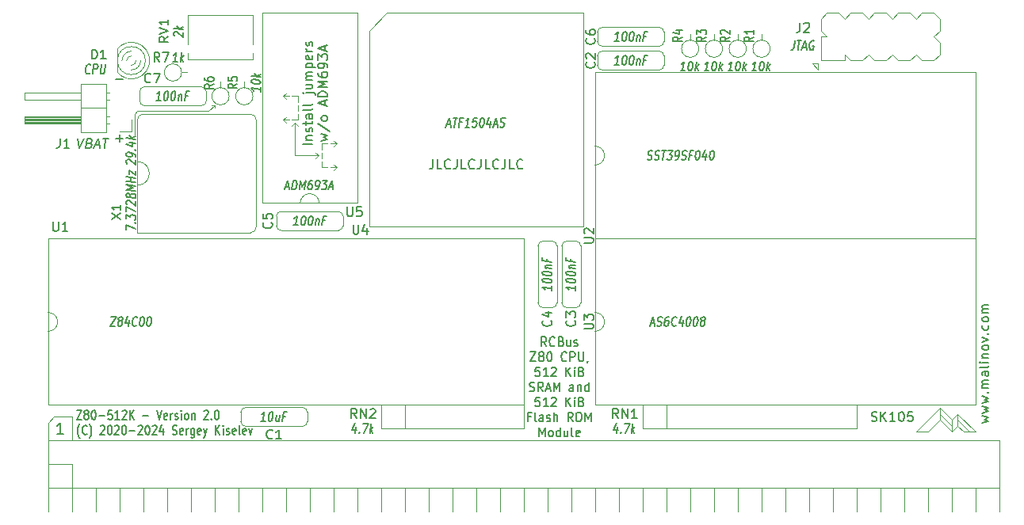
<source format=gbr>
G04 #@! TF.GenerationSoftware,KiCad,Pcbnew,(6.0.2)*
G04 #@! TF.CreationDate,2024-01-03T17:07:47-08:00*
G04 #@! TF.ProjectId,Z80-512K,5a38302d-3531-4324-9b2e-6b696361645f,2.0*
G04 #@! TF.SameCoordinates,Original*
G04 #@! TF.FileFunction,Legend,Top*
G04 #@! TF.FilePolarity,Positive*
%FSLAX46Y46*%
G04 Gerber Fmt 4.6, Leading zero omitted, Abs format (unit mm)*
G04 Created by KiCad (PCBNEW (6.0.2)) date 2024-01-03 17:07:47*
%MOMM*%
%LPD*%
G01*
G04 APERTURE LIST*
%ADD10C,0.150000*%
%ADD11C,0.120000*%
G04 APERTURE END LIST*
D10*
X166830952Y-94384880D02*
X166830952Y-95099166D01*
X166783333Y-95242023D01*
X166688095Y-95337261D01*
X166545238Y-95384880D01*
X166450000Y-95384880D01*
X167783333Y-95384880D02*
X167307142Y-95384880D01*
X167307142Y-94384880D01*
X168688095Y-95289642D02*
X168640476Y-95337261D01*
X168497619Y-95384880D01*
X168402380Y-95384880D01*
X168259523Y-95337261D01*
X168164285Y-95242023D01*
X168116666Y-95146785D01*
X168069047Y-94956309D01*
X168069047Y-94813452D01*
X168116666Y-94622976D01*
X168164285Y-94527738D01*
X168259523Y-94432500D01*
X168402380Y-94384880D01*
X168497619Y-94384880D01*
X168640476Y-94432500D01*
X168688095Y-94480119D01*
X169402380Y-94384880D02*
X169402380Y-95099166D01*
X169354761Y-95242023D01*
X169259523Y-95337261D01*
X169116666Y-95384880D01*
X169021428Y-95384880D01*
X170354761Y-95384880D02*
X169878571Y-95384880D01*
X169878571Y-94384880D01*
X171259523Y-95289642D02*
X171211904Y-95337261D01*
X171069047Y-95384880D01*
X170973809Y-95384880D01*
X170830952Y-95337261D01*
X170735714Y-95242023D01*
X170688095Y-95146785D01*
X170640476Y-94956309D01*
X170640476Y-94813452D01*
X170688095Y-94622976D01*
X170735714Y-94527738D01*
X170830952Y-94432500D01*
X170973809Y-94384880D01*
X171069047Y-94384880D01*
X171211904Y-94432500D01*
X171259523Y-94480119D01*
X171973809Y-94384880D02*
X171973809Y-95099166D01*
X171926190Y-95242023D01*
X171830952Y-95337261D01*
X171688095Y-95384880D01*
X171592857Y-95384880D01*
X172926190Y-95384880D02*
X172450000Y-95384880D01*
X172450000Y-94384880D01*
X173830952Y-95289642D02*
X173783333Y-95337261D01*
X173640476Y-95384880D01*
X173545238Y-95384880D01*
X173402380Y-95337261D01*
X173307142Y-95242023D01*
X173259523Y-95146785D01*
X173211904Y-94956309D01*
X173211904Y-94813452D01*
X173259523Y-94622976D01*
X173307142Y-94527738D01*
X173402380Y-94432500D01*
X173545238Y-94384880D01*
X173640476Y-94384880D01*
X173783333Y-94432500D01*
X173830952Y-94480119D01*
X174545238Y-94384880D02*
X174545238Y-95099166D01*
X174497619Y-95242023D01*
X174402380Y-95337261D01*
X174259523Y-95384880D01*
X174164285Y-95384880D01*
X175497619Y-95384880D02*
X175021428Y-95384880D01*
X175021428Y-94384880D01*
X176402380Y-95289642D02*
X176354761Y-95337261D01*
X176211904Y-95384880D01*
X176116666Y-95384880D01*
X175973809Y-95337261D01*
X175878571Y-95242023D01*
X175830952Y-95146785D01*
X175783333Y-94956309D01*
X175783333Y-94813452D01*
X175830952Y-94622976D01*
X175878571Y-94527738D01*
X175973809Y-94432500D01*
X176116666Y-94384880D01*
X176211904Y-94384880D01*
X176354761Y-94432500D01*
X176402380Y-94480119D01*
X178947142Y-114367380D02*
X178647142Y-113891190D01*
X178432857Y-114367380D02*
X178432857Y-113367380D01*
X178775714Y-113367380D01*
X178861428Y-113415000D01*
X178904285Y-113462619D01*
X178947142Y-113557857D01*
X178947142Y-113700714D01*
X178904285Y-113795952D01*
X178861428Y-113843571D01*
X178775714Y-113891190D01*
X178432857Y-113891190D01*
X179847142Y-114272142D02*
X179804285Y-114319761D01*
X179675714Y-114367380D01*
X179590000Y-114367380D01*
X179461428Y-114319761D01*
X179375714Y-114224523D01*
X179332857Y-114129285D01*
X179290000Y-113938809D01*
X179290000Y-113795952D01*
X179332857Y-113605476D01*
X179375714Y-113510238D01*
X179461428Y-113415000D01*
X179590000Y-113367380D01*
X179675714Y-113367380D01*
X179804285Y-113415000D01*
X179847142Y-113462619D01*
X180532857Y-113843571D02*
X180661428Y-113891190D01*
X180704285Y-113938809D01*
X180747142Y-114034047D01*
X180747142Y-114176904D01*
X180704285Y-114272142D01*
X180661428Y-114319761D01*
X180575714Y-114367380D01*
X180232857Y-114367380D01*
X180232857Y-113367380D01*
X180532857Y-113367380D01*
X180618571Y-113415000D01*
X180661428Y-113462619D01*
X180704285Y-113557857D01*
X180704285Y-113653095D01*
X180661428Y-113748333D01*
X180618571Y-113795952D01*
X180532857Y-113843571D01*
X180232857Y-113843571D01*
X181518571Y-113700714D02*
X181518571Y-114367380D01*
X181132857Y-113700714D02*
X181132857Y-114224523D01*
X181175714Y-114319761D01*
X181261428Y-114367380D01*
X181390000Y-114367380D01*
X181475714Y-114319761D01*
X181518571Y-114272142D01*
X181904285Y-114319761D02*
X181990000Y-114367380D01*
X182161428Y-114367380D01*
X182247142Y-114319761D01*
X182290000Y-114224523D01*
X182290000Y-114176904D01*
X182247142Y-114081666D01*
X182161428Y-114034047D01*
X182032857Y-114034047D01*
X181947142Y-113986428D01*
X181904285Y-113891190D01*
X181904285Y-113843571D01*
X181947142Y-113748333D01*
X182032857Y-113700714D01*
X182161428Y-113700714D01*
X182247142Y-113748333D01*
X177254285Y-114977380D02*
X177854285Y-114977380D01*
X177254285Y-115977380D01*
X177854285Y-115977380D01*
X178325714Y-115405952D02*
X178240000Y-115358333D01*
X178197142Y-115310714D01*
X178154285Y-115215476D01*
X178154285Y-115167857D01*
X178197142Y-115072619D01*
X178240000Y-115025000D01*
X178325714Y-114977380D01*
X178497142Y-114977380D01*
X178582857Y-115025000D01*
X178625714Y-115072619D01*
X178668571Y-115167857D01*
X178668571Y-115215476D01*
X178625714Y-115310714D01*
X178582857Y-115358333D01*
X178497142Y-115405952D01*
X178325714Y-115405952D01*
X178240000Y-115453571D01*
X178197142Y-115501190D01*
X178154285Y-115596428D01*
X178154285Y-115786904D01*
X178197142Y-115882142D01*
X178240000Y-115929761D01*
X178325714Y-115977380D01*
X178497142Y-115977380D01*
X178582857Y-115929761D01*
X178625714Y-115882142D01*
X178668571Y-115786904D01*
X178668571Y-115596428D01*
X178625714Y-115501190D01*
X178582857Y-115453571D01*
X178497142Y-115405952D01*
X179225714Y-114977380D02*
X179311428Y-114977380D01*
X179397142Y-115025000D01*
X179440000Y-115072619D01*
X179482857Y-115167857D01*
X179525714Y-115358333D01*
X179525714Y-115596428D01*
X179482857Y-115786904D01*
X179440000Y-115882142D01*
X179397142Y-115929761D01*
X179311428Y-115977380D01*
X179225714Y-115977380D01*
X179140000Y-115929761D01*
X179097142Y-115882142D01*
X179054285Y-115786904D01*
X179011428Y-115596428D01*
X179011428Y-115358333D01*
X179054285Y-115167857D01*
X179097142Y-115072619D01*
X179140000Y-115025000D01*
X179225714Y-114977380D01*
X181111428Y-115882142D02*
X181068571Y-115929761D01*
X180940000Y-115977380D01*
X180854285Y-115977380D01*
X180725714Y-115929761D01*
X180640000Y-115834523D01*
X180597142Y-115739285D01*
X180554285Y-115548809D01*
X180554285Y-115405952D01*
X180597142Y-115215476D01*
X180640000Y-115120238D01*
X180725714Y-115025000D01*
X180854285Y-114977380D01*
X180940000Y-114977380D01*
X181068571Y-115025000D01*
X181111428Y-115072619D01*
X181497142Y-115977380D02*
X181497142Y-114977380D01*
X181840000Y-114977380D01*
X181925714Y-115025000D01*
X181968571Y-115072619D01*
X182011428Y-115167857D01*
X182011428Y-115310714D01*
X181968571Y-115405952D01*
X181925714Y-115453571D01*
X181840000Y-115501190D01*
X181497142Y-115501190D01*
X182397142Y-114977380D02*
X182397142Y-115786904D01*
X182440000Y-115882142D01*
X182482857Y-115929761D01*
X182568571Y-115977380D01*
X182740000Y-115977380D01*
X182825714Y-115929761D01*
X182868571Y-115882142D01*
X182911428Y-115786904D01*
X182911428Y-114977380D01*
X183382857Y-115929761D02*
X183382857Y-115977380D01*
X183340000Y-116072619D01*
X183297142Y-116120238D01*
X178240000Y-116587380D02*
X177811428Y-116587380D01*
X177768571Y-117063571D01*
X177811428Y-117015952D01*
X177897142Y-116968333D01*
X178111428Y-116968333D01*
X178197142Y-117015952D01*
X178240000Y-117063571D01*
X178282857Y-117158809D01*
X178282857Y-117396904D01*
X178240000Y-117492142D01*
X178197142Y-117539761D01*
X178111428Y-117587380D01*
X177897142Y-117587380D01*
X177811428Y-117539761D01*
X177768571Y-117492142D01*
X179140000Y-117587380D02*
X178625714Y-117587380D01*
X178882857Y-117587380D02*
X178882857Y-116587380D01*
X178797142Y-116730238D01*
X178711428Y-116825476D01*
X178625714Y-116873095D01*
X179482857Y-116682619D02*
X179525714Y-116635000D01*
X179611428Y-116587380D01*
X179825714Y-116587380D01*
X179911428Y-116635000D01*
X179954285Y-116682619D01*
X179997142Y-116777857D01*
X179997142Y-116873095D01*
X179954285Y-117015952D01*
X179440000Y-117587380D01*
X179997142Y-117587380D01*
X181068571Y-117587380D02*
X181068571Y-116587380D01*
X181582857Y-117587380D02*
X181197142Y-117015952D01*
X181582857Y-116587380D02*
X181068571Y-117158809D01*
X181968571Y-117587380D02*
X181968571Y-116920714D01*
X181968571Y-116587380D02*
X181925714Y-116635000D01*
X181968571Y-116682619D01*
X182011428Y-116635000D01*
X181968571Y-116587380D01*
X181968571Y-116682619D01*
X182697142Y-117063571D02*
X182825714Y-117111190D01*
X182868571Y-117158809D01*
X182911428Y-117254047D01*
X182911428Y-117396904D01*
X182868571Y-117492142D01*
X182825714Y-117539761D01*
X182740000Y-117587380D01*
X182397142Y-117587380D01*
X182397142Y-116587380D01*
X182697142Y-116587380D01*
X182782857Y-116635000D01*
X182825714Y-116682619D01*
X182868571Y-116777857D01*
X182868571Y-116873095D01*
X182825714Y-116968333D01*
X182782857Y-117015952D01*
X182697142Y-117063571D01*
X182397142Y-117063571D01*
X177168571Y-119149761D02*
X177297142Y-119197380D01*
X177511428Y-119197380D01*
X177597142Y-119149761D01*
X177640000Y-119102142D01*
X177682857Y-119006904D01*
X177682857Y-118911666D01*
X177640000Y-118816428D01*
X177597142Y-118768809D01*
X177511428Y-118721190D01*
X177340000Y-118673571D01*
X177254285Y-118625952D01*
X177211428Y-118578333D01*
X177168571Y-118483095D01*
X177168571Y-118387857D01*
X177211428Y-118292619D01*
X177254285Y-118245000D01*
X177340000Y-118197380D01*
X177554285Y-118197380D01*
X177682857Y-118245000D01*
X178582857Y-119197380D02*
X178282857Y-118721190D01*
X178068571Y-119197380D02*
X178068571Y-118197380D01*
X178411428Y-118197380D01*
X178497142Y-118245000D01*
X178540000Y-118292619D01*
X178582857Y-118387857D01*
X178582857Y-118530714D01*
X178540000Y-118625952D01*
X178497142Y-118673571D01*
X178411428Y-118721190D01*
X178068571Y-118721190D01*
X178925714Y-118911666D02*
X179354285Y-118911666D01*
X178840000Y-119197380D02*
X179140000Y-118197380D01*
X179440000Y-119197380D01*
X179740000Y-119197380D02*
X179740000Y-118197380D01*
X180040000Y-118911666D01*
X180340000Y-118197380D01*
X180340000Y-119197380D01*
X181840000Y-119197380D02*
X181840000Y-118673571D01*
X181797142Y-118578333D01*
X181711428Y-118530714D01*
X181540000Y-118530714D01*
X181454285Y-118578333D01*
X181840000Y-119149761D02*
X181754285Y-119197380D01*
X181540000Y-119197380D01*
X181454285Y-119149761D01*
X181411428Y-119054523D01*
X181411428Y-118959285D01*
X181454285Y-118864047D01*
X181540000Y-118816428D01*
X181754285Y-118816428D01*
X181840000Y-118768809D01*
X182268571Y-118530714D02*
X182268571Y-119197380D01*
X182268571Y-118625952D02*
X182311428Y-118578333D01*
X182397142Y-118530714D01*
X182525714Y-118530714D01*
X182611428Y-118578333D01*
X182654285Y-118673571D01*
X182654285Y-119197380D01*
X183468571Y-119197380D02*
X183468571Y-118197380D01*
X183468571Y-119149761D02*
X183382857Y-119197380D01*
X183211428Y-119197380D01*
X183125714Y-119149761D01*
X183082857Y-119102142D01*
X183040000Y-119006904D01*
X183040000Y-118721190D01*
X183082857Y-118625952D01*
X183125714Y-118578333D01*
X183211428Y-118530714D01*
X183382857Y-118530714D01*
X183468571Y-118578333D01*
X178240000Y-119807380D02*
X177811428Y-119807380D01*
X177768571Y-120283571D01*
X177811428Y-120235952D01*
X177897142Y-120188333D01*
X178111428Y-120188333D01*
X178197142Y-120235952D01*
X178240000Y-120283571D01*
X178282857Y-120378809D01*
X178282857Y-120616904D01*
X178240000Y-120712142D01*
X178197142Y-120759761D01*
X178111428Y-120807380D01*
X177897142Y-120807380D01*
X177811428Y-120759761D01*
X177768571Y-120712142D01*
X179140000Y-120807380D02*
X178625714Y-120807380D01*
X178882857Y-120807380D02*
X178882857Y-119807380D01*
X178797142Y-119950238D01*
X178711428Y-120045476D01*
X178625714Y-120093095D01*
X179482857Y-119902619D02*
X179525714Y-119855000D01*
X179611428Y-119807380D01*
X179825714Y-119807380D01*
X179911428Y-119855000D01*
X179954285Y-119902619D01*
X179997142Y-119997857D01*
X179997142Y-120093095D01*
X179954285Y-120235952D01*
X179440000Y-120807380D01*
X179997142Y-120807380D01*
X181068571Y-120807380D02*
X181068571Y-119807380D01*
X181582857Y-120807380D02*
X181197142Y-120235952D01*
X181582857Y-119807380D02*
X181068571Y-120378809D01*
X181968571Y-120807380D02*
X181968571Y-120140714D01*
X181968571Y-119807380D02*
X181925714Y-119855000D01*
X181968571Y-119902619D01*
X182011428Y-119855000D01*
X181968571Y-119807380D01*
X181968571Y-119902619D01*
X182697142Y-120283571D02*
X182825714Y-120331190D01*
X182868571Y-120378809D01*
X182911428Y-120474047D01*
X182911428Y-120616904D01*
X182868571Y-120712142D01*
X182825714Y-120759761D01*
X182740000Y-120807380D01*
X182397142Y-120807380D01*
X182397142Y-119807380D01*
X182697142Y-119807380D01*
X182782857Y-119855000D01*
X182825714Y-119902619D01*
X182868571Y-119997857D01*
X182868571Y-120093095D01*
X182825714Y-120188333D01*
X182782857Y-120235952D01*
X182697142Y-120283571D01*
X182397142Y-120283571D01*
X177275714Y-121893571D02*
X176975714Y-121893571D01*
X176975714Y-122417380D02*
X176975714Y-121417380D01*
X177404285Y-121417380D01*
X177875714Y-122417380D02*
X177790000Y-122369761D01*
X177747142Y-122274523D01*
X177747142Y-121417380D01*
X178604285Y-122417380D02*
X178604285Y-121893571D01*
X178561428Y-121798333D01*
X178475714Y-121750714D01*
X178304285Y-121750714D01*
X178218571Y-121798333D01*
X178604285Y-122369761D02*
X178518571Y-122417380D01*
X178304285Y-122417380D01*
X178218571Y-122369761D01*
X178175714Y-122274523D01*
X178175714Y-122179285D01*
X178218571Y-122084047D01*
X178304285Y-122036428D01*
X178518571Y-122036428D01*
X178604285Y-121988809D01*
X178990000Y-122369761D02*
X179075714Y-122417380D01*
X179247142Y-122417380D01*
X179332857Y-122369761D01*
X179375714Y-122274523D01*
X179375714Y-122226904D01*
X179332857Y-122131666D01*
X179247142Y-122084047D01*
X179118571Y-122084047D01*
X179032857Y-122036428D01*
X178990000Y-121941190D01*
X178990000Y-121893571D01*
X179032857Y-121798333D01*
X179118571Y-121750714D01*
X179247142Y-121750714D01*
X179332857Y-121798333D01*
X179761428Y-122417380D02*
X179761428Y-121417380D01*
X180147142Y-122417380D02*
X180147142Y-121893571D01*
X180104285Y-121798333D01*
X180018571Y-121750714D01*
X179890000Y-121750714D01*
X179804285Y-121798333D01*
X179761428Y-121845952D01*
X181775714Y-122417380D02*
X181475714Y-121941190D01*
X181261428Y-122417380D02*
X181261428Y-121417380D01*
X181604285Y-121417380D01*
X181690000Y-121465000D01*
X181732857Y-121512619D01*
X181775714Y-121607857D01*
X181775714Y-121750714D01*
X181732857Y-121845952D01*
X181690000Y-121893571D01*
X181604285Y-121941190D01*
X181261428Y-121941190D01*
X182332857Y-121417380D02*
X182504285Y-121417380D01*
X182590000Y-121465000D01*
X182675714Y-121560238D01*
X182718571Y-121750714D01*
X182718571Y-122084047D01*
X182675714Y-122274523D01*
X182590000Y-122369761D01*
X182504285Y-122417380D01*
X182332857Y-122417380D01*
X182247142Y-122369761D01*
X182161428Y-122274523D01*
X182118571Y-122084047D01*
X182118571Y-121750714D01*
X182161428Y-121560238D01*
X182247142Y-121465000D01*
X182332857Y-121417380D01*
X183104285Y-122417380D02*
X183104285Y-121417380D01*
X183404285Y-122131666D01*
X183704285Y-121417380D01*
X183704285Y-122417380D01*
X178197142Y-124027380D02*
X178197142Y-123027380D01*
X178497142Y-123741666D01*
X178797142Y-123027380D01*
X178797142Y-124027380D01*
X179354285Y-124027380D02*
X179268571Y-123979761D01*
X179225714Y-123932142D01*
X179182857Y-123836904D01*
X179182857Y-123551190D01*
X179225714Y-123455952D01*
X179268571Y-123408333D01*
X179354285Y-123360714D01*
X179482857Y-123360714D01*
X179568571Y-123408333D01*
X179611428Y-123455952D01*
X179654285Y-123551190D01*
X179654285Y-123836904D01*
X179611428Y-123932142D01*
X179568571Y-123979761D01*
X179482857Y-124027380D01*
X179354285Y-124027380D01*
X180425714Y-124027380D02*
X180425714Y-123027380D01*
X180425714Y-123979761D02*
X180340000Y-124027380D01*
X180168571Y-124027380D01*
X180082857Y-123979761D01*
X180040000Y-123932142D01*
X179997142Y-123836904D01*
X179997142Y-123551190D01*
X180040000Y-123455952D01*
X180082857Y-123408333D01*
X180168571Y-123360714D01*
X180340000Y-123360714D01*
X180425714Y-123408333D01*
X181240000Y-123360714D02*
X181240000Y-124027380D01*
X180854285Y-123360714D02*
X180854285Y-123884523D01*
X180897142Y-123979761D01*
X180982857Y-124027380D01*
X181111428Y-124027380D01*
X181197142Y-123979761D01*
X181240000Y-123932142D01*
X181797142Y-124027380D02*
X181711428Y-123979761D01*
X181668571Y-123884523D01*
X181668571Y-123027380D01*
X182482857Y-123979761D02*
X182397142Y-124027380D01*
X182225714Y-124027380D01*
X182140000Y-123979761D01*
X182097142Y-123884523D01*
X182097142Y-123503571D01*
X182140000Y-123408333D01*
X182225714Y-123360714D01*
X182397142Y-123360714D01*
X182482857Y-123408333D01*
X182525714Y-123503571D01*
X182525714Y-123598809D01*
X182097142Y-123694047D01*
X213685714Y-122324761D02*
X213828571Y-122372380D01*
X214066666Y-122372380D01*
X214161904Y-122324761D01*
X214209523Y-122277142D01*
X214257142Y-122181904D01*
X214257142Y-122086666D01*
X214209523Y-121991428D01*
X214161904Y-121943809D01*
X214066666Y-121896190D01*
X213876190Y-121848571D01*
X213780952Y-121800952D01*
X213733333Y-121753333D01*
X213685714Y-121658095D01*
X213685714Y-121562857D01*
X213733333Y-121467619D01*
X213780952Y-121420000D01*
X213876190Y-121372380D01*
X214114285Y-121372380D01*
X214257142Y-121420000D01*
X214685714Y-122372380D02*
X214685714Y-121372380D01*
X215257142Y-122372380D02*
X214828571Y-121800952D01*
X215257142Y-121372380D02*
X214685714Y-121943809D01*
X216209523Y-122372380D02*
X215638095Y-122372380D01*
X215923809Y-122372380D02*
X215923809Y-121372380D01*
X215828571Y-121515238D01*
X215733333Y-121610476D01*
X215638095Y-121658095D01*
X216828571Y-121372380D02*
X216923809Y-121372380D01*
X217019047Y-121420000D01*
X217066666Y-121467619D01*
X217114285Y-121562857D01*
X217161904Y-121753333D01*
X217161904Y-121991428D01*
X217114285Y-122181904D01*
X217066666Y-122277142D01*
X217019047Y-122324761D01*
X216923809Y-122372380D01*
X216828571Y-122372380D01*
X216733333Y-122324761D01*
X216685714Y-122277142D01*
X216638095Y-122181904D01*
X216590476Y-121991428D01*
X216590476Y-121753333D01*
X216638095Y-121562857D01*
X216685714Y-121467619D01*
X216733333Y-121420000D01*
X216828571Y-121372380D01*
X218066666Y-121372380D02*
X217590476Y-121372380D01*
X217542857Y-121848571D01*
X217590476Y-121800952D01*
X217685714Y-121753333D01*
X217923809Y-121753333D01*
X218019047Y-121800952D01*
X218066666Y-121848571D01*
X218114285Y-121943809D01*
X218114285Y-122181904D01*
X218066666Y-122277142D01*
X218019047Y-122324761D01*
X217923809Y-122372380D01*
X217685714Y-122372380D01*
X217590476Y-122324761D01*
X217542857Y-122277142D01*
D11*
X134937500Y-89535000D02*
X134937500Y-91757500D01*
X143510000Y-88582500D02*
X143510000Y-88900000D01*
X143510000Y-88582500D02*
X143192500Y-88582500D01*
X142875000Y-89217500D02*
X143510000Y-88582500D01*
X135255000Y-89217500D02*
X142875000Y-89217500D01*
X134937500Y-89535000D02*
X135255000Y-89217500D01*
X154305000Y-94297500D02*
X154622500Y-93980000D01*
X154622500Y-93980000D02*
X154305000Y-93662500D01*
X152082500Y-93980000D02*
X154622500Y-93980000D01*
X152082500Y-90487500D02*
X152082500Y-93980000D01*
X152082500Y-90487500D02*
X152400000Y-90805000D01*
X151765000Y-90805000D02*
X152082500Y-90487500D01*
D10*
X153952380Y-92764880D02*
X152952380Y-92764880D01*
X153285714Y-92288690D02*
X153952380Y-92288690D01*
X153380952Y-92288690D02*
X153333333Y-92241071D01*
X153285714Y-92145833D01*
X153285714Y-92002976D01*
X153333333Y-91907738D01*
X153428571Y-91860119D01*
X153952380Y-91860119D01*
X153904761Y-91431547D02*
X153952380Y-91336309D01*
X153952380Y-91145833D01*
X153904761Y-91050595D01*
X153809523Y-91002976D01*
X153761904Y-91002976D01*
X153666666Y-91050595D01*
X153619047Y-91145833D01*
X153619047Y-91288690D01*
X153571428Y-91383928D01*
X153476190Y-91431547D01*
X153428571Y-91431547D01*
X153333333Y-91383928D01*
X153285714Y-91288690D01*
X153285714Y-91145833D01*
X153333333Y-91050595D01*
X153285714Y-90717261D02*
X153285714Y-90336309D01*
X152952380Y-90574404D02*
X153809523Y-90574404D01*
X153904761Y-90526785D01*
X153952380Y-90431547D01*
X153952380Y-90336309D01*
X153952380Y-89574404D02*
X153428571Y-89574404D01*
X153333333Y-89622023D01*
X153285714Y-89717261D01*
X153285714Y-89907738D01*
X153333333Y-90002976D01*
X153904761Y-89574404D02*
X153952380Y-89669642D01*
X153952380Y-89907738D01*
X153904761Y-90002976D01*
X153809523Y-90050595D01*
X153714285Y-90050595D01*
X153619047Y-90002976D01*
X153571428Y-89907738D01*
X153571428Y-89669642D01*
X153523809Y-89574404D01*
X153952380Y-88955357D02*
X153904761Y-89050595D01*
X153809523Y-89098214D01*
X152952380Y-89098214D01*
X153952380Y-88431547D02*
X153904761Y-88526785D01*
X153809523Y-88574404D01*
X152952380Y-88574404D01*
X153285714Y-87288690D02*
X154142857Y-87288690D01*
X154238095Y-87336309D01*
X154285714Y-87431547D01*
X154285714Y-87479166D01*
X152952380Y-87288690D02*
X153000000Y-87336309D01*
X153047619Y-87288690D01*
X153000000Y-87241071D01*
X152952380Y-87288690D01*
X153047619Y-87288690D01*
X153285714Y-86383928D02*
X153952380Y-86383928D01*
X153285714Y-86812500D02*
X153809523Y-86812500D01*
X153904761Y-86764880D01*
X153952380Y-86669642D01*
X153952380Y-86526785D01*
X153904761Y-86431547D01*
X153857142Y-86383928D01*
X153952380Y-85907738D02*
X153285714Y-85907738D01*
X153380952Y-85907738D02*
X153333333Y-85860119D01*
X153285714Y-85764880D01*
X153285714Y-85622023D01*
X153333333Y-85526785D01*
X153428571Y-85479166D01*
X153952380Y-85479166D01*
X153428571Y-85479166D02*
X153333333Y-85431547D01*
X153285714Y-85336309D01*
X153285714Y-85193452D01*
X153333333Y-85098214D01*
X153428571Y-85050595D01*
X153952380Y-85050595D01*
X153285714Y-84574404D02*
X154285714Y-84574404D01*
X153333333Y-84574404D02*
X153285714Y-84479166D01*
X153285714Y-84288690D01*
X153333333Y-84193452D01*
X153380952Y-84145833D01*
X153476190Y-84098214D01*
X153761904Y-84098214D01*
X153857142Y-84145833D01*
X153904761Y-84193452D01*
X153952380Y-84288690D01*
X153952380Y-84479166D01*
X153904761Y-84574404D01*
X153904761Y-83288690D02*
X153952380Y-83383928D01*
X153952380Y-83574404D01*
X153904761Y-83669642D01*
X153809523Y-83717261D01*
X153428571Y-83717261D01*
X153333333Y-83669642D01*
X153285714Y-83574404D01*
X153285714Y-83383928D01*
X153333333Y-83288690D01*
X153428571Y-83241071D01*
X153523809Y-83241071D01*
X153619047Y-83717261D01*
X153952380Y-82812500D02*
X153285714Y-82812500D01*
X153476190Y-82812500D02*
X153380952Y-82764880D01*
X153333333Y-82717261D01*
X153285714Y-82622023D01*
X153285714Y-82526785D01*
X153904761Y-82241071D02*
X153952380Y-82145833D01*
X153952380Y-81955357D01*
X153904761Y-81860119D01*
X153809523Y-81812500D01*
X153761904Y-81812500D01*
X153666666Y-81860119D01*
X153619047Y-81955357D01*
X153619047Y-82098214D01*
X153571428Y-82193452D01*
X153476190Y-82241071D01*
X153428571Y-82241071D01*
X153333333Y-82193452D01*
X153285714Y-82098214D01*
X153285714Y-81955357D01*
X153333333Y-81860119D01*
X154895714Y-92407738D02*
X155562380Y-92217261D01*
X155086190Y-92026785D01*
X155562380Y-91836309D01*
X154895714Y-91645833D01*
X154514761Y-90550595D02*
X155800476Y-91407738D01*
X155562380Y-90074404D02*
X155514761Y-90169642D01*
X155467142Y-90217261D01*
X155371904Y-90264880D01*
X155086190Y-90264880D01*
X154990952Y-90217261D01*
X154943333Y-90169642D01*
X154895714Y-90074404D01*
X154895714Y-89931547D01*
X154943333Y-89836309D01*
X154990952Y-89788690D01*
X155086190Y-89741071D01*
X155371904Y-89741071D01*
X155467142Y-89788690D01*
X155514761Y-89836309D01*
X155562380Y-89931547D01*
X155562380Y-90074404D01*
X155276666Y-88598214D02*
X155276666Y-88122023D01*
X155562380Y-88693452D02*
X154562380Y-88360119D01*
X155562380Y-88026785D01*
X155562380Y-87693452D02*
X154562380Y-87693452D01*
X154562380Y-87455357D01*
X154610000Y-87312500D01*
X154705238Y-87217261D01*
X154800476Y-87169642D01*
X154990952Y-87122023D01*
X155133809Y-87122023D01*
X155324285Y-87169642D01*
X155419523Y-87217261D01*
X155514761Y-87312500D01*
X155562380Y-87455357D01*
X155562380Y-87693452D01*
X155562380Y-86693452D02*
X154562380Y-86693452D01*
X155276666Y-86360119D01*
X154562380Y-86026785D01*
X155562380Y-86026785D01*
X154562380Y-85122023D02*
X154562380Y-85312500D01*
X154610000Y-85407738D01*
X154657619Y-85455357D01*
X154800476Y-85550595D01*
X154990952Y-85598214D01*
X155371904Y-85598214D01*
X155467142Y-85550595D01*
X155514761Y-85502976D01*
X155562380Y-85407738D01*
X155562380Y-85217261D01*
X155514761Y-85122023D01*
X155467142Y-85074404D01*
X155371904Y-85026785D01*
X155133809Y-85026785D01*
X155038571Y-85074404D01*
X154990952Y-85122023D01*
X154943333Y-85217261D01*
X154943333Y-85407738D01*
X154990952Y-85502976D01*
X155038571Y-85550595D01*
X155133809Y-85598214D01*
X155562380Y-84550595D02*
X155562380Y-84360119D01*
X155514761Y-84264880D01*
X155467142Y-84217261D01*
X155324285Y-84122023D01*
X155133809Y-84074404D01*
X154752857Y-84074404D01*
X154657619Y-84122023D01*
X154610000Y-84169642D01*
X154562380Y-84264880D01*
X154562380Y-84455357D01*
X154610000Y-84550595D01*
X154657619Y-84598214D01*
X154752857Y-84645833D01*
X154990952Y-84645833D01*
X155086190Y-84598214D01*
X155133809Y-84550595D01*
X155181428Y-84455357D01*
X155181428Y-84264880D01*
X155133809Y-84169642D01*
X155086190Y-84122023D01*
X154990952Y-84074404D01*
X154562380Y-83741071D02*
X154562380Y-83122023D01*
X154943333Y-83455357D01*
X154943333Y-83312500D01*
X154990952Y-83217261D01*
X155038571Y-83169642D01*
X155133809Y-83122023D01*
X155371904Y-83122023D01*
X155467142Y-83169642D01*
X155514761Y-83217261D01*
X155562380Y-83312500D01*
X155562380Y-83598214D01*
X155514761Y-83693452D01*
X155467142Y-83741071D01*
X155276666Y-82741071D02*
X155276666Y-82264880D01*
X155562380Y-82836309D02*
X154562380Y-82502976D01*
X155562380Y-82169642D01*
D11*
X152400000Y-90170000D02*
X152400000Y-89535000D01*
X151447500Y-87630000D02*
X150812500Y-87630000D01*
X151447500Y-90170000D02*
X150812500Y-90170000D01*
X152400000Y-87630000D02*
X151765000Y-87630000D01*
X150812500Y-87630000D02*
X151130000Y-87312500D01*
X151130000Y-90487500D02*
X150812500Y-90170000D01*
X150812500Y-90170000D02*
X151130000Y-89852500D01*
X151130000Y-87947500D02*
X150812500Y-87630000D01*
X151765000Y-90170000D02*
X152400000Y-90170000D01*
X152400000Y-88265000D02*
X152400000Y-87630000D01*
X152400000Y-89217500D02*
X152400000Y-88582500D01*
X154940000Y-93662500D02*
X154940000Y-94297500D01*
X154940000Y-95250000D02*
X155575000Y-95250000D01*
X154940000Y-94615000D02*
X154940000Y-95250000D01*
X154940000Y-92710000D02*
X154940000Y-93345000D01*
X155575000Y-92710000D02*
X154940000Y-92710000D01*
X156210000Y-92392500D02*
X156527500Y-92710000D01*
X156527500Y-92710000D02*
X156210000Y-93027500D01*
X155892500Y-92710000D02*
X156527500Y-92710000D01*
X156210000Y-94932500D02*
X156527500Y-95250000D01*
X156527500Y-95250000D02*
X156210000Y-95567500D01*
X155892500Y-95250000D02*
X156527500Y-95250000D01*
X207962500Y-84772500D02*
X207327500Y-84137500D01*
X207962500Y-84137500D02*
X207962500Y-84772500D01*
X207327500Y-84137500D02*
X207962500Y-84137500D01*
X222885000Y-122237500D02*
X224155000Y-123507500D01*
X220980000Y-121602500D02*
X222250000Y-122872500D01*
X222885000Y-121602500D02*
X222885000Y-122872500D01*
X222250000Y-122237500D02*
X222250000Y-123507500D01*
X220980000Y-120967500D02*
X220980000Y-122237500D01*
X219710000Y-123507500D02*
X218440000Y-123507500D01*
X220980000Y-122237500D02*
X219710000Y-123507500D01*
X222250000Y-123507500D02*
X220980000Y-122237500D01*
X222885000Y-122872500D02*
X222250000Y-123507500D01*
X223520000Y-123507500D02*
X222885000Y-122872500D01*
X224790000Y-123507500D02*
X223520000Y-123507500D01*
X222885000Y-121602500D02*
X224790000Y-123507500D01*
X220980000Y-120967500D02*
X222250000Y-122237500D01*
X222250000Y-122237500D02*
X222885000Y-121602500D01*
X218440000Y-123507500D02*
X220980000Y-120967500D01*
X125730000Y-125730000D02*
X125730000Y-123825000D01*
D10*
X132969047Y-85796428D02*
X133730952Y-85796428D01*
X132969047Y-92146428D02*
X133730952Y-92146428D01*
X133350000Y-92527380D02*
X133350000Y-91765476D01*
X128799285Y-121202380D02*
X129332619Y-121202380D01*
X128799285Y-122202380D01*
X129332619Y-122202380D01*
X129751666Y-121630952D02*
X129675476Y-121583333D01*
X129637380Y-121535714D01*
X129599285Y-121440476D01*
X129599285Y-121392857D01*
X129637380Y-121297619D01*
X129675476Y-121250000D01*
X129751666Y-121202380D01*
X129904047Y-121202380D01*
X129980238Y-121250000D01*
X130018333Y-121297619D01*
X130056428Y-121392857D01*
X130056428Y-121440476D01*
X130018333Y-121535714D01*
X129980238Y-121583333D01*
X129904047Y-121630952D01*
X129751666Y-121630952D01*
X129675476Y-121678571D01*
X129637380Y-121726190D01*
X129599285Y-121821428D01*
X129599285Y-122011904D01*
X129637380Y-122107142D01*
X129675476Y-122154761D01*
X129751666Y-122202380D01*
X129904047Y-122202380D01*
X129980238Y-122154761D01*
X130018333Y-122107142D01*
X130056428Y-122011904D01*
X130056428Y-121821428D01*
X130018333Y-121726190D01*
X129980238Y-121678571D01*
X129904047Y-121630952D01*
X130551666Y-121202380D02*
X130627857Y-121202380D01*
X130704047Y-121250000D01*
X130742142Y-121297619D01*
X130780238Y-121392857D01*
X130818333Y-121583333D01*
X130818333Y-121821428D01*
X130780238Y-122011904D01*
X130742142Y-122107142D01*
X130704047Y-122154761D01*
X130627857Y-122202380D01*
X130551666Y-122202380D01*
X130475476Y-122154761D01*
X130437380Y-122107142D01*
X130399285Y-122011904D01*
X130361190Y-121821428D01*
X130361190Y-121583333D01*
X130399285Y-121392857D01*
X130437380Y-121297619D01*
X130475476Y-121250000D01*
X130551666Y-121202380D01*
X131161190Y-121821428D02*
X131770714Y-121821428D01*
X132532619Y-121202380D02*
X132151666Y-121202380D01*
X132113571Y-121678571D01*
X132151666Y-121630952D01*
X132227857Y-121583333D01*
X132418333Y-121583333D01*
X132494523Y-121630952D01*
X132532619Y-121678571D01*
X132570714Y-121773809D01*
X132570714Y-122011904D01*
X132532619Y-122107142D01*
X132494523Y-122154761D01*
X132418333Y-122202380D01*
X132227857Y-122202380D01*
X132151666Y-122154761D01*
X132113571Y-122107142D01*
X133332619Y-122202380D02*
X132875476Y-122202380D01*
X133104047Y-122202380D02*
X133104047Y-121202380D01*
X133027857Y-121345238D01*
X132951666Y-121440476D01*
X132875476Y-121488095D01*
X133637380Y-121297619D02*
X133675476Y-121250000D01*
X133751666Y-121202380D01*
X133942142Y-121202380D01*
X134018333Y-121250000D01*
X134056428Y-121297619D01*
X134094523Y-121392857D01*
X134094523Y-121488095D01*
X134056428Y-121630952D01*
X133599285Y-122202380D01*
X134094523Y-122202380D01*
X134437380Y-122202380D02*
X134437380Y-121202380D01*
X134894523Y-122202380D02*
X134551666Y-121630952D01*
X134894523Y-121202380D02*
X134437380Y-121773809D01*
X135846904Y-121821428D02*
X136456428Y-121821428D01*
X137332619Y-121202380D02*
X137599285Y-122202380D01*
X137865952Y-121202380D01*
X138437380Y-122154761D02*
X138361190Y-122202380D01*
X138208809Y-122202380D01*
X138132619Y-122154761D01*
X138094523Y-122059523D01*
X138094523Y-121678571D01*
X138132619Y-121583333D01*
X138208809Y-121535714D01*
X138361190Y-121535714D01*
X138437380Y-121583333D01*
X138475476Y-121678571D01*
X138475476Y-121773809D01*
X138094523Y-121869047D01*
X138818333Y-122202380D02*
X138818333Y-121535714D01*
X138818333Y-121726190D02*
X138856428Y-121630952D01*
X138894523Y-121583333D01*
X138970714Y-121535714D01*
X139046904Y-121535714D01*
X139275476Y-122154761D02*
X139351666Y-122202380D01*
X139504047Y-122202380D01*
X139580238Y-122154761D01*
X139618333Y-122059523D01*
X139618333Y-122011904D01*
X139580238Y-121916666D01*
X139504047Y-121869047D01*
X139389761Y-121869047D01*
X139313571Y-121821428D01*
X139275476Y-121726190D01*
X139275476Y-121678571D01*
X139313571Y-121583333D01*
X139389761Y-121535714D01*
X139504047Y-121535714D01*
X139580238Y-121583333D01*
X139961190Y-122202380D02*
X139961190Y-121535714D01*
X139961190Y-121202380D02*
X139923095Y-121250000D01*
X139961190Y-121297619D01*
X139999285Y-121250000D01*
X139961190Y-121202380D01*
X139961190Y-121297619D01*
X140456428Y-122202380D02*
X140380238Y-122154761D01*
X140342142Y-122107142D01*
X140304047Y-122011904D01*
X140304047Y-121726190D01*
X140342142Y-121630952D01*
X140380238Y-121583333D01*
X140456428Y-121535714D01*
X140570714Y-121535714D01*
X140646904Y-121583333D01*
X140685000Y-121630952D01*
X140723095Y-121726190D01*
X140723095Y-122011904D01*
X140685000Y-122107142D01*
X140646904Y-122154761D01*
X140570714Y-122202380D01*
X140456428Y-122202380D01*
X141065952Y-121535714D02*
X141065952Y-122202380D01*
X141065952Y-121630952D02*
X141104047Y-121583333D01*
X141180238Y-121535714D01*
X141294523Y-121535714D01*
X141370714Y-121583333D01*
X141408809Y-121678571D01*
X141408809Y-122202380D01*
X142361190Y-121297619D02*
X142399285Y-121250000D01*
X142475476Y-121202380D01*
X142665952Y-121202380D01*
X142742142Y-121250000D01*
X142780238Y-121297619D01*
X142818333Y-121392857D01*
X142818333Y-121488095D01*
X142780238Y-121630952D01*
X142323095Y-122202380D01*
X142818333Y-122202380D01*
X143161190Y-122107142D02*
X143199285Y-122154761D01*
X143161190Y-122202380D01*
X143123095Y-122154761D01*
X143161190Y-122107142D01*
X143161190Y-122202380D01*
X143694523Y-121202380D02*
X143770714Y-121202380D01*
X143846904Y-121250000D01*
X143885000Y-121297619D01*
X143923095Y-121392857D01*
X143961190Y-121583333D01*
X143961190Y-121821428D01*
X143923095Y-122011904D01*
X143885000Y-122107142D01*
X143846904Y-122154761D01*
X143770714Y-122202380D01*
X143694523Y-122202380D01*
X143618333Y-122154761D01*
X143580238Y-122107142D01*
X143542142Y-122011904D01*
X143504047Y-121821428D01*
X143504047Y-121583333D01*
X143542142Y-121392857D01*
X143580238Y-121297619D01*
X143618333Y-121250000D01*
X143694523Y-121202380D01*
X129104047Y-124193333D02*
X129065952Y-124145714D01*
X128989761Y-124002857D01*
X128951666Y-123907619D01*
X128913571Y-123764761D01*
X128875476Y-123526666D01*
X128875476Y-123336190D01*
X128913571Y-123098095D01*
X128951666Y-122955238D01*
X128989761Y-122860000D01*
X129065952Y-122717142D01*
X129104047Y-122669523D01*
X129865952Y-123717142D02*
X129827857Y-123764761D01*
X129713571Y-123812380D01*
X129637380Y-123812380D01*
X129523095Y-123764761D01*
X129446904Y-123669523D01*
X129408809Y-123574285D01*
X129370714Y-123383809D01*
X129370714Y-123240952D01*
X129408809Y-123050476D01*
X129446904Y-122955238D01*
X129523095Y-122860000D01*
X129637380Y-122812380D01*
X129713571Y-122812380D01*
X129827857Y-122860000D01*
X129865952Y-122907619D01*
X130132619Y-124193333D02*
X130170714Y-124145714D01*
X130246904Y-124002857D01*
X130285000Y-123907619D01*
X130323095Y-123764761D01*
X130361190Y-123526666D01*
X130361190Y-123336190D01*
X130323095Y-123098095D01*
X130285000Y-122955238D01*
X130246904Y-122860000D01*
X130170714Y-122717142D01*
X130132619Y-122669523D01*
X131313571Y-122907619D02*
X131351666Y-122860000D01*
X131427857Y-122812380D01*
X131618333Y-122812380D01*
X131694523Y-122860000D01*
X131732619Y-122907619D01*
X131770714Y-123002857D01*
X131770714Y-123098095D01*
X131732619Y-123240952D01*
X131275476Y-123812380D01*
X131770714Y-123812380D01*
X132265952Y-122812380D02*
X132342142Y-122812380D01*
X132418333Y-122860000D01*
X132456428Y-122907619D01*
X132494523Y-123002857D01*
X132532619Y-123193333D01*
X132532619Y-123431428D01*
X132494523Y-123621904D01*
X132456428Y-123717142D01*
X132418333Y-123764761D01*
X132342142Y-123812380D01*
X132265952Y-123812380D01*
X132189761Y-123764761D01*
X132151666Y-123717142D01*
X132113571Y-123621904D01*
X132075476Y-123431428D01*
X132075476Y-123193333D01*
X132113571Y-123002857D01*
X132151666Y-122907619D01*
X132189761Y-122860000D01*
X132265952Y-122812380D01*
X132837380Y-122907619D02*
X132875476Y-122860000D01*
X132951666Y-122812380D01*
X133142142Y-122812380D01*
X133218333Y-122860000D01*
X133256428Y-122907619D01*
X133294523Y-123002857D01*
X133294523Y-123098095D01*
X133256428Y-123240952D01*
X132799285Y-123812380D01*
X133294523Y-123812380D01*
X133789761Y-122812380D02*
X133865952Y-122812380D01*
X133942142Y-122860000D01*
X133980238Y-122907619D01*
X134018333Y-123002857D01*
X134056428Y-123193333D01*
X134056428Y-123431428D01*
X134018333Y-123621904D01*
X133980238Y-123717142D01*
X133942142Y-123764761D01*
X133865952Y-123812380D01*
X133789761Y-123812380D01*
X133713571Y-123764761D01*
X133675476Y-123717142D01*
X133637380Y-123621904D01*
X133599285Y-123431428D01*
X133599285Y-123193333D01*
X133637380Y-123002857D01*
X133675476Y-122907619D01*
X133713571Y-122860000D01*
X133789761Y-122812380D01*
X134399285Y-123431428D02*
X135008809Y-123431428D01*
X135351666Y-122907619D02*
X135389761Y-122860000D01*
X135465952Y-122812380D01*
X135656428Y-122812380D01*
X135732619Y-122860000D01*
X135770714Y-122907619D01*
X135808809Y-123002857D01*
X135808809Y-123098095D01*
X135770714Y-123240952D01*
X135313571Y-123812380D01*
X135808809Y-123812380D01*
X136304047Y-122812380D02*
X136380238Y-122812380D01*
X136456428Y-122860000D01*
X136494523Y-122907619D01*
X136532619Y-123002857D01*
X136570714Y-123193333D01*
X136570714Y-123431428D01*
X136532619Y-123621904D01*
X136494523Y-123717142D01*
X136456428Y-123764761D01*
X136380238Y-123812380D01*
X136304047Y-123812380D01*
X136227857Y-123764761D01*
X136189761Y-123717142D01*
X136151666Y-123621904D01*
X136113571Y-123431428D01*
X136113571Y-123193333D01*
X136151666Y-123002857D01*
X136189761Y-122907619D01*
X136227857Y-122860000D01*
X136304047Y-122812380D01*
X136875476Y-122907619D02*
X136913571Y-122860000D01*
X136989761Y-122812380D01*
X137180238Y-122812380D01*
X137256428Y-122860000D01*
X137294523Y-122907619D01*
X137332619Y-123002857D01*
X137332619Y-123098095D01*
X137294523Y-123240952D01*
X136837380Y-123812380D01*
X137332619Y-123812380D01*
X138018333Y-123145714D02*
X138018333Y-123812380D01*
X137827857Y-122764761D02*
X137637380Y-123479047D01*
X138132619Y-123479047D01*
X139008809Y-123764761D02*
X139123095Y-123812380D01*
X139313571Y-123812380D01*
X139389761Y-123764761D01*
X139427857Y-123717142D01*
X139465952Y-123621904D01*
X139465952Y-123526666D01*
X139427857Y-123431428D01*
X139389761Y-123383809D01*
X139313571Y-123336190D01*
X139161190Y-123288571D01*
X139085000Y-123240952D01*
X139046904Y-123193333D01*
X139008809Y-123098095D01*
X139008809Y-123002857D01*
X139046904Y-122907619D01*
X139085000Y-122860000D01*
X139161190Y-122812380D01*
X139351666Y-122812380D01*
X139465952Y-122860000D01*
X140113571Y-123764761D02*
X140037380Y-123812380D01*
X139885000Y-123812380D01*
X139808809Y-123764761D01*
X139770714Y-123669523D01*
X139770714Y-123288571D01*
X139808809Y-123193333D01*
X139885000Y-123145714D01*
X140037380Y-123145714D01*
X140113571Y-123193333D01*
X140151666Y-123288571D01*
X140151666Y-123383809D01*
X139770714Y-123479047D01*
X140494523Y-123812380D02*
X140494523Y-123145714D01*
X140494523Y-123336190D02*
X140532619Y-123240952D01*
X140570714Y-123193333D01*
X140646904Y-123145714D01*
X140723095Y-123145714D01*
X141332619Y-123145714D02*
X141332619Y-123955238D01*
X141294523Y-124050476D01*
X141256428Y-124098095D01*
X141180238Y-124145714D01*
X141065952Y-124145714D01*
X140989761Y-124098095D01*
X141332619Y-123764761D02*
X141256428Y-123812380D01*
X141104047Y-123812380D01*
X141027857Y-123764761D01*
X140989761Y-123717142D01*
X140951666Y-123621904D01*
X140951666Y-123336190D01*
X140989761Y-123240952D01*
X141027857Y-123193333D01*
X141104047Y-123145714D01*
X141256428Y-123145714D01*
X141332619Y-123193333D01*
X142018333Y-123764761D02*
X141942142Y-123812380D01*
X141789761Y-123812380D01*
X141713571Y-123764761D01*
X141675476Y-123669523D01*
X141675476Y-123288571D01*
X141713571Y-123193333D01*
X141789761Y-123145714D01*
X141942142Y-123145714D01*
X142018333Y-123193333D01*
X142056428Y-123288571D01*
X142056428Y-123383809D01*
X141675476Y-123479047D01*
X142323095Y-123145714D02*
X142513571Y-123812380D01*
X142704047Y-123145714D02*
X142513571Y-123812380D01*
X142437380Y-124050476D01*
X142399285Y-124098095D01*
X142323095Y-124145714D01*
X143618333Y-123812380D02*
X143618333Y-122812380D01*
X144075476Y-123812380D02*
X143732619Y-123240952D01*
X144075476Y-122812380D02*
X143618333Y-123383809D01*
X144418333Y-123812380D02*
X144418333Y-123145714D01*
X144418333Y-122812380D02*
X144380238Y-122860000D01*
X144418333Y-122907619D01*
X144456428Y-122860000D01*
X144418333Y-122812380D01*
X144418333Y-122907619D01*
X144761190Y-123764761D02*
X144837380Y-123812380D01*
X144989761Y-123812380D01*
X145065952Y-123764761D01*
X145104047Y-123669523D01*
X145104047Y-123621904D01*
X145065952Y-123526666D01*
X144989761Y-123479047D01*
X144875476Y-123479047D01*
X144799285Y-123431428D01*
X144761190Y-123336190D01*
X144761190Y-123288571D01*
X144799285Y-123193333D01*
X144875476Y-123145714D01*
X144989761Y-123145714D01*
X145065952Y-123193333D01*
X145751666Y-123764761D02*
X145675476Y-123812380D01*
X145523095Y-123812380D01*
X145446904Y-123764761D01*
X145408809Y-123669523D01*
X145408809Y-123288571D01*
X145446904Y-123193333D01*
X145523095Y-123145714D01*
X145675476Y-123145714D01*
X145751666Y-123193333D01*
X145789761Y-123288571D01*
X145789761Y-123383809D01*
X145408809Y-123479047D01*
X146246904Y-123812380D02*
X146170714Y-123764761D01*
X146132619Y-123669523D01*
X146132619Y-122812380D01*
X146856428Y-123764761D02*
X146780238Y-123812380D01*
X146627857Y-123812380D01*
X146551666Y-123764761D01*
X146513571Y-123669523D01*
X146513571Y-123288571D01*
X146551666Y-123193333D01*
X146627857Y-123145714D01*
X146780238Y-123145714D01*
X146856428Y-123193333D01*
X146894523Y-123288571D01*
X146894523Y-123383809D01*
X146513571Y-123479047D01*
X147161190Y-123145714D02*
X147351666Y-123812380D01*
X147542142Y-123145714D01*
X225528214Y-122562142D02*
X226194880Y-122371666D01*
X225718690Y-122181190D01*
X226194880Y-121990714D01*
X225528214Y-121800238D01*
X225528214Y-121514523D02*
X226194880Y-121324047D01*
X225718690Y-121133571D01*
X226194880Y-120943095D01*
X225528214Y-120752619D01*
X225528214Y-120466904D02*
X226194880Y-120276428D01*
X225718690Y-120085952D01*
X226194880Y-119895476D01*
X225528214Y-119705000D01*
X226099642Y-119324047D02*
X226147261Y-119276428D01*
X226194880Y-119324047D01*
X226147261Y-119371666D01*
X226099642Y-119324047D01*
X226194880Y-119324047D01*
X226194880Y-118847857D02*
X225528214Y-118847857D01*
X225623452Y-118847857D02*
X225575833Y-118800238D01*
X225528214Y-118705000D01*
X225528214Y-118562142D01*
X225575833Y-118466904D01*
X225671071Y-118419285D01*
X226194880Y-118419285D01*
X225671071Y-118419285D02*
X225575833Y-118371666D01*
X225528214Y-118276428D01*
X225528214Y-118133571D01*
X225575833Y-118038333D01*
X225671071Y-117990714D01*
X226194880Y-117990714D01*
X226194880Y-117085952D02*
X225671071Y-117085952D01*
X225575833Y-117133571D01*
X225528214Y-117228809D01*
X225528214Y-117419285D01*
X225575833Y-117514523D01*
X226147261Y-117085952D02*
X226194880Y-117181190D01*
X226194880Y-117419285D01*
X226147261Y-117514523D01*
X226052023Y-117562142D01*
X225956785Y-117562142D01*
X225861547Y-117514523D01*
X225813928Y-117419285D01*
X225813928Y-117181190D01*
X225766309Y-117085952D01*
X226194880Y-116466904D02*
X226147261Y-116562142D01*
X226052023Y-116609761D01*
X225194880Y-116609761D01*
X226194880Y-116085952D02*
X225528214Y-116085952D01*
X225194880Y-116085952D02*
X225242500Y-116133571D01*
X225290119Y-116085952D01*
X225242500Y-116038333D01*
X225194880Y-116085952D01*
X225290119Y-116085952D01*
X225528214Y-115609761D02*
X226194880Y-115609761D01*
X225623452Y-115609761D02*
X225575833Y-115562142D01*
X225528214Y-115466904D01*
X225528214Y-115324047D01*
X225575833Y-115228809D01*
X225671071Y-115181190D01*
X226194880Y-115181190D01*
X226194880Y-114562142D02*
X226147261Y-114657380D01*
X226099642Y-114705000D01*
X226004404Y-114752619D01*
X225718690Y-114752619D01*
X225623452Y-114705000D01*
X225575833Y-114657380D01*
X225528214Y-114562142D01*
X225528214Y-114419285D01*
X225575833Y-114324047D01*
X225623452Y-114276428D01*
X225718690Y-114228809D01*
X226004404Y-114228809D01*
X226099642Y-114276428D01*
X226147261Y-114324047D01*
X226194880Y-114419285D01*
X226194880Y-114562142D01*
X225528214Y-113895476D02*
X226194880Y-113657380D01*
X225528214Y-113419285D01*
X226099642Y-113038333D02*
X226147261Y-112990714D01*
X226194880Y-113038333D01*
X226147261Y-113085952D01*
X226099642Y-113038333D01*
X226194880Y-113038333D01*
X226147261Y-112133571D02*
X226194880Y-112228809D01*
X226194880Y-112419285D01*
X226147261Y-112514523D01*
X226099642Y-112562142D01*
X226004404Y-112609761D01*
X225718690Y-112609761D01*
X225623452Y-112562142D01*
X225575833Y-112514523D01*
X225528214Y-112419285D01*
X225528214Y-112228809D01*
X225575833Y-112133571D01*
X226194880Y-111562142D02*
X226147261Y-111657380D01*
X226099642Y-111705000D01*
X226004404Y-111752619D01*
X225718690Y-111752619D01*
X225623452Y-111705000D01*
X225575833Y-111657380D01*
X225528214Y-111562142D01*
X225528214Y-111419285D01*
X225575833Y-111324047D01*
X225623452Y-111276428D01*
X225718690Y-111228809D01*
X226004404Y-111228809D01*
X226099642Y-111276428D01*
X226147261Y-111324047D01*
X226194880Y-111419285D01*
X226194880Y-111562142D01*
X226194880Y-110800238D02*
X225528214Y-110800238D01*
X225623452Y-110800238D02*
X225575833Y-110752619D01*
X225528214Y-110657380D01*
X225528214Y-110514523D01*
X225575833Y-110419285D01*
X225671071Y-110371666D01*
X226194880Y-110371666D01*
X225671071Y-110371666D02*
X225575833Y-110324047D01*
X225528214Y-110228809D01*
X225528214Y-110085952D01*
X225575833Y-109990714D01*
X225671071Y-109943095D01*
X226194880Y-109943095D01*
X206041666Y-79779880D02*
X206041666Y-80494166D01*
X205994047Y-80637023D01*
X205898809Y-80732261D01*
X205755952Y-80779880D01*
X205660714Y-80779880D01*
X206470238Y-79875119D02*
X206517857Y-79827500D01*
X206613095Y-79779880D01*
X206851190Y-79779880D01*
X206946428Y-79827500D01*
X206994047Y-79875119D01*
X207041666Y-79970357D01*
X207041666Y-80065595D01*
X206994047Y-80208452D01*
X206422619Y-80779880D01*
X207041666Y-80779880D01*
X205471994Y-81684880D02*
X205382708Y-82399166D01*
X205326755Y-82542023D01*
X205238660Y-82637261D01*
X205118422Y-82684880D01*
X205042232Y-82684880D01*
X205738660Y-81684880D02*
X206195803Y-81684880D01*
X205842232Y-82684880D02*
X205967232Y-81684880D01*
X206335089Y-82399166D02*
X206716041Y-82399166D01*
X206223184Y-82684880D02*
X206614851Y-81684880D01*
X206756517Y-82684880D01*
X207561279Y-81732500D02*
X207491041Y-81684880D01*
X207376755Y-81684880D01*
X207256517Y-81732500D01*
X207168422Y-81827738D01*
X207118422Y-81922976D01*
X207056517Y-82113452D01*
X207038660Y-82256309D01*
X207052946Y-82446785D01*
X207079136Y-82542023D01*
X207143422Y-82637261D01*
X207251755Y-82684880D01*
X207327946Y-82684880D01*
X207448184Y-82637261D01*
X207492232Y-82589642D01*
X207533898Y-82256309D01*
X207381517Y-82256309D01*
X158305595Y-101369880D02*
X158305595Y-102179404D01*
X158353214Y-102274642D01*
X158400833Y-102322261D01*
X158496071Y-102369880D01*
X158686547Y-102369880D01*
X158781785Y-102322261D01*
X158829404Y-102274642D01*
X158877023Y-102179404D01*
X158877023Y-101369880D01*
X159781785Y-101703214D02*
X159781785Y-102369880D01*
X159543690Y-101322261D02*
X159305595Y-102036547D01*
X159924642Y-102036547D01*
X168305327Y-90654166D02*
X168686279Y-90654166D01*
X168193422Y-90939880D02*
X168585089Y-89939880D01*
X168726755Y-90939880D01*
X169004136Y-89939880D02*
X169461279Y-89939880D01*
X169107708Y-90939880D02*
X169232708Y-89939880D01*
X169935089Y-90416071D02*
X169668422Y-90416071D01*
X169602946Y-90939880D02*
X169727946Y-89939880D01*
X170108898Y-89939880D01*
X170707708Y-90939880D02*
X170250565Y-90939880D01*
X170479136Y-90939880D02*
X170604136Y-89939880D01*
X170510089Y-90082738D01*
X170421994Y-90177976D01*
X170339851Y-90225595D01*
X171556517Y-89939880D02*
X171175565Y-89939880D01*
X171077946Y-90416071D01*
X171121994Y-90368452D01*
X171204136Y-90320833D01*
X171394613Y-90320833D01*
X171464851Y-90368452D01*
X171496994Y-90416071D01*
X171523184Y-90511309D01*
X171493422Y-90749404D01*
X171443422Y-90844642D01*
X171399375Y-90892261D01*
X171317232Y-90939880D01*
X171126755Y-90939880D01*
X171056517Y-90892261D01*
X171024375Y-90844642D01*
X172089851Y-89939880D02*
X172166041Y-89939880D01*
X172236279Y-89987500D01*
X172268422Y-90035119D01*
X172294613Y-90130357D01*
X172308898Y-90320833D01*
X172279136Y-90558928D01*
X172217232Y-90749404D01*
X172167232Y-90844642D01*
X172123184Y-90892261D01*
X172041041Y-90939880D01*
X171964851Y-90939880D01*
X171894613Y-90892261D01*
X171862470Y-90844642D01*
X171836279Y-90749404D01*
X171821994Y-90558928D01*
X171851755Y-90320833D01*
X171913660Y-90130357D01*
X171963660Y-90035119D01*
X172007708Y-89987500D01*
X172089851Y-89939880D01*
X173000565Y-90273214D02*
X172917232Y-90939880D01*
X172857708Y-89892261D02*
X172577946Y-90606547D01*
X173073184Y-90606547D01*
X173333898Y-90654166D02*
X173714851Y-90654166D01*
X173221994Y-90939880D02*
X173613660Y-89939880D01*
X173755327Y-90939880D01*
X173989851Y-90892261D02*
X174098184Y-90939880D01*
X174288660Y-90939880D01*
X174370803Y-90892261D01*
X174414851Y-90844642D01*
X174464851Y-90749404D01*
X174476755Y-90654166D01*
X174450565Y-90558928D01*
X174418422Y-90511309D01*
X174348184Y-90463690D01*
X174201755Y-90416071D01*
X174131517Y-90368452D01*
X174099375Y-90320833D01*
X174073184Y-90225595D01*
X174085089Y-90130357D01*
X174135089Y-90035119D01*
X174179136Y-89987500D01*
X174261279Y-89939880D01*
X174451755Y-89939880D01*
X174560089Y-89987500D01*
X184062642Y-81446666D02*
X184110261Y-81494285D01*
X184157880Y-81637142D01*
X184157880Y-81732380D01*
X184110261Y-81875238D01*
X184015023Y-81970476D01*
X183919785Y-82018095D01*
X183729309Y-82065714D01*
X183586452Y-82065714D01*
X183395976Y-82018095D01*
X183300738Y-81970476D01*
X183205500Y-81875238D01*
X183157880Y-81732380D01*
X183157880Y-81637142D01*
X183205500Y-81494285D01*
X183253119Y-81446666D01*
X183157880Y-80589523D02*
X183157880Y-80780000D01*
X183205500Y-80875238D01*
X183253119Y-80922857D01*
X183395976Y-81018095D01*
X183586452Y-81065714D01*
X183967404Y-81065714D01*
X184062642Y-81018095D01*
X184110261Y-80970476D01*
X184157880Y-80875238D01*
X184157880Y-80684761D01*
X184110261Y-80589523D01*
X184062642Y-80541904D01*
X183967404Y-80494285D01*
X183729309Y-80494285D01*
X183634071Y-80541904D01*
X183586452Y-80589523D01*
X183538833Y-80684761D01*
X183538833Y-80875238D01*
X183586452Y-80970476D01*
X183634071Y-81018095D01*
X183729309Y-81065714D01*
X186690732Y-81732380D02*
X186233589Y-81732380D01*
X186462160Y-81732380D02*
X186587160Y-80732380D01*
X186493113Y-80875238D01*
X186405017Y-80970476D01*
X186322875Y-81018095D01*
X187310970Y-80732380D02*
X187387160Y-80732380D01*
X187457398Y-80780000D01*
X187489541Y-80827619D01*
X187515732Y-80922857D01*
X187530017Y-81113333D01*
X187500255Y-81351428D01*
X187438351Y-81541904D01*
X187388351Y-81637142D01*
X187344303Y-81684761D01*
X187262160Y-81732380D01*
X187185970Y-81732380D01*
X187115732Y-81684761D01*
X187083589Y-81637142D01*
X187057398Y-81541904D01*
X187043113Y-81351428D01*
X187072875Y-81113333D01*
X187134779Y-80922857D01*
X187184779Y-80827619D01*
X187228827Y-80780000D01*
X187310970Y-80732380D01*
X188072875Y-80732380D02*
X188149065Y-80732380D01*
X188219303Y-80780000D01*
X188251446Y-80827619D01*
X188277636Y-80922857D01*
X188291922Y-81113333D01*
X188262160Y-81351428D01*
X188200255Y-81541904D01*
X188150255Y-81637142D01*
X188106208Y-81684761D01*
X188024065Y-81732380D01*
X187947875Y-81732380D01*
X187877636Y-81684761D01*
X187845494Y-81637142D01*
X187819303Y-81541904D01*
X187805017Y-81351428D01*
X187834779Y-81113333D01*
X187896684Y-80922857D01*
X187946684Y-80827619D01*
X187990732Y-80780000D01*
X188072875Y-80732380D01*
X188640732Y-81065714D02*
X188557398Y-81732380D01*
X188628827Y-81160952D02*
X188672875Y-81113333D01*
X188755017Y-81065714D01*
X188869303Y-81065714D01*
X188939541Y-81113333D01*
X188965732Y-81208571D01*
X188900255Y-81732380D01*
X189613351Y-81208571D02*
X189346684Y-81208571D01*
X189281208Y-81732380D02*
X189406208Y-80732380D01*
X189787160Y-80732380D01*
X184062642Y-83986666D02*
X184110261Y-84034285D01*
X184157880Y-84177142D01*
X184157880Y-84272380D01*
X184110261Y-84415238D01*
X184015023Y-84510476D01*
X183919785Y-84558095D01*
X183729309Y-84605714D01*
X183586452Y-84605714D01*
X183395976Y-84558095D01*
X183300738Y-84510476D01*
X183205500Y-84415238D01*
X183157880Y-84272380D01*
X183157880Y-84177142D01*
X183205500Y-84034285D01*
X183253119Y-83986666D01*
X183253119Y-83605714D02*
X183205500Y-83558095D01*
X183157880Y-83462857D01*
X183157880Y-83224761D01*
X183205500Y-83129523D01*
X183253119Y-83081904D01*
X183348357Y-83034285D01*
X183443595Y-83034285D01*
X183586452Y-83081904D01*
X184157880Y-83653333D01*
X184157880Y-83034285D01*
X186690732Y-84272380D02*
X186233589Y-84272380D01*
X186462160Y-84272380D02*
X186587160Y-83272380D01*
X186493113Y-83415238D01*
X186405017Y-83510476D01*
X186322875Y-83558095D01*
X187310970Y-83272380D02*
X187387160Y-83272380D01*
X187457398Y-83320000D01*
X187489541Y-83367619D01*
X187515732Y-83462857D01*
X187530017Y-83653333D01*
X187500255Y-83891428D01*
X187438351Y-84081904D01*
X187388351Y-84177142D01*
X187344303Y-84224761D01*
X187262160Y-84272380D01*
X187185970Y-84272380D01*
X187115732Y-84224761D01*
X187083589Y-84177142D01*
X187057398Y-84081904D01*
X187043113Y-83891428D01*
X187072875Y-83653333D01*
X187134779Y-83462857D01*
X187184779Y-83367619D01*
X187228827Y-83320000D01*
X187310970Y-83272380D01*
X188072875Y-83272380D02*
X188149065Y-83272380D01*
X188219303Y-83320000D01*
X188251446Y-83367619D01*
X188277636Y-83462857D01*
X188291922Y-83653333D01*
X188262160Y-83891428D01*
X188200255Y-84081904D01*
X188150255Y-84177142D01*
X188106208Y-84224761D01*
X188024065Y-84272380D01*
X187947875Y-84272380D01*
X187877636Y-84224761D01*
X187845494Y-84177142D01*
X187819303Y-84081904D01*
X187805017Y-83891428D01*
X187834779Y-83653333D01*
X187896684Y-83462857D01*
X187946684Y-83367619D01*
X187990732Y-83320000D01*
X188072875Y-83272380D01*
X188640732Y-83605714D02*
X188557398Y-84272380D01*
X188628827Y-83700952D02*
X188672875Y-83653333D01*
X188755017Y-83605714D01*
X188869303Y-83605714D01*
X188939541Y-83653333D01*
X188965732Y-83748571D01*
X188900255Y-84272380D01*
X189613351Y-83748571D02*
X189346684Y-83748571D01*
X189281208Y-84272380D02*
X189406208Y-83272380D01*
X189787160Y-83272380D01*
X136675833Y-86082142D02*
X136628214Y-86129761D01*
X136485357Y-86177380D01*
X136390119Y-86177380D01*
X136247261Y-86129761D01*
X136152023Y-86034523D01*
X136104404Y-85939285D01*
X136056785Y-85748809D01*
X136056785Y-85605952D01*
X136104404Y-85415476D01*
X136152023Y-85320238D01*
X136247261Y-85225000D01*
X136390119Y-85177380D01*
X136485357Y-85177380D01*
X136628214Y-85225000D01*
X136675833Y-85272619D01*
X137009166Y-85177380D02*
X137675833Y-85177380D01*
X137247261Y-86177380D01*
X137732232Y-88082380D02*
X137275089Y-88082380D01*
X137503660Y-88082380D02*
X137628660Y-87082380D01*
X137534613Y-87225238D01*
X137446517Y-87320476D01*
X137364375Y-87368095D01*
X138352470Y-87082380D02*
X138428660Y-87082380D01*
X138498898Y-87130000D01*
X138531041Y-87177619D01*
X138557232Y-87272857D01*
X138571517Y-87463333D01*
X138541755Y-87701428D01*
X138479851Y-87891904D01*
X138429851Y-87987142D01*
X138385803Y-88034761D01*
X138303660Y-88082380D01*
X138227470Y-88082380D01*
X138157232Y-88034761D01*
X138125089Y-87987142D01*
X138098898Y-87891904D01*
X138084613Y-87701428D01*
X138114375Y-87463333D01*
X138176279Y-87272857D01*
X138226279Y-87177619D01*
X138270327Y-87130000D01*
X138352470Y-87082380D01*
X139114375Y-87082380D02*
X139190565Y-87082380D01*
X139260803Y-87130000D01*
X139292946Y-87177619D01*
X139319136Y-87272857D01*
X139333422Y-87463333D01*
X139303660Y-87701428D01*
X139241755Y-87891904D01*
X139191755Y-87987142D01*
X139147708Y-88034761D01*
X139065565Y-88082380D01*
X138989375Y-88082380D01*
X138919136Y-88034761D01*
X138886994Y-87987142D01*
X138860803Y-87891904D01*
X138846517Y-87701428D01*
X138876279Y-87463333D01*
X138938184Y-87272857D01*
X138988184Y-87177619D01*
X139032232Y-87130000D01*
X139114375Y-87082380D01*
X139682232Y-87415714D02*
X139598898Y-88082380D01*
X139670327Y-87510952D02*
X139714375Y-87463333D01*
X139796517Y-87415714D01*
X139910803Y-87415714D01*
X139981041Y-87463333D01*
X140007232Y-87558571D01*
X139941755Y-88082380D01*
X140654851Y-87558571D02*
X140388184Y-87558571D01*
X140322708Y-88082380D02*
X140447708Y-87082380D01*
X140828660Y-87082380D01*
X149582142Y-101131666D02*
X149629761Y-101179285D01*
X149677380Y-101322142D01*
X149677380Y-101417380D01*
X149629761Y-101560238D01*
X149534523Y-101655476D01*
X149439285Y-101703095D01*
X149248809Y-101750714D01*
X149105952Y-101750714D01*
X148915476Y-101703095D01*
X148820238Y-101655476D01*
X148725000Y-101560238D01*
X148677380Y-101417380D01*
X148677380Y-101322142D01*
X148725000Y-101179285D01*
X148772619Y-101131666D01*
X148677380Y-100226904D02*
X148677380Y-100703095D01*
X149153571Y-100750714D01*
X149105952Y-100703095D01*
X149058333Y-100607857D01*
X149058333Y-100369761D01*
X149105952Y-100274523D01*
X149153571Y-100226904D01*
X149248809Y-100179285D01*
X149486904Y-100179285D01*
X149582142Y-100226904D01*
X149629761Y-100274523D01*
X149677380Y-100369761D01*
X149677380Y-100607857D01*
X149629761Y-100703095D01*
X149582142Y-100750714D01*
X152400732Y-101417380D02*
X151943589Y-101417380D01*
X152172160Y-101417380D02*
X152297160Y-100417380D01*
X152203113Y-100560238D01*
X152115017Y-100655476D01*
X152032875Y-100703095D01*
X153020970Y-100417380D02*
X153097160Y-100417380D01*
X153167398Y-100465000D01*
X153199541Y-100512619D01*
X153225732Y-100607857D01*
X153240017Y-100798333D01*
X153210255Y-101036428D01*
X153148351Y-101226904D01*
X153098351Y-101322142D01*
X153054303Y-101369761D01*
X152972160Y-101417380D01*
X152895970Y-101417380D01*
X152825732Y-101369761D01*
X152793589Y-101322142D01*
X152767398Y-101226904D01*
X152753113Y-101036428D01*
X152782875Y-100798333D01*
X152844779Y-100607857D01*
X152894779Y-100512619D01*
X152938827Y-100465000D01*
X153020970Y-100417380D01*
X153782875Y-100417380D02*
X153859065Y-100417380D01*
X153929303Y-100465000D01*
X153961446Y-100512619D01*
X153987636Y-100607857D01*
X154001922Y-100798333D01*
X153972160Y-101036428D01*
X153910255Y-101226904D01*
X153860255Y-101322142D01*
X153816208Y-101369761D01*
X153734065Y-101417380D01*
X153657875Y-101417380D01*
X153587636Y-101369761D01*
X153555494Y-101322142D01*
X153529303Y-101226904D01*
X153515017Y-101036428D01*
X153544779Y-100798333D01*
X153606684Y-100607857D01*
X153656684Y-100512619D01*
X153700732Y-100465000D01*
X153782875Y-100417380D01*
X154350732Y-100750714D02*
X154267398Y-101417380D01*
X154338827Y-100845952D02*
X154382875Y-100798333D01*
X154465017Y-100750714D01*
X154579303Y-100750714D01*
X154649541Y-100798333D01*
X154675732Y-100893571D01*
X154610255Y-101417380D01*
X155323351Y-100893571D02*
X155056684Y-100893571D01*
X154991208Y-101417380D02*
X155116208Y-100417380D01*
X155497160Y-100417380D01*
X149693333Y-124182142D02*
X149645714Y-124229761D01*
X149502857Y-124277380D01*
X149407619Y-124277380D01*
X149264761Y-124229761D01*
X149169523Y-124134523D01*
X149121904Y-124039285D01*
X149074285Y-123848809D01*
X149074285Y-123705952D01*
X149121904Y-123515476D01*
X149169523Y-123420238D01*
X149264761Y-123325000D01*
X149407619Y-123277380D01*
X149502857Y-123277380D01*
X149645714Y-123325000D01*
X149693333Y-123372619D01*
X150645714Y-124277380D02*
X150074285Y-124277380D01*
X150360000Y-124277380D02*
X150360000Y-123277380D01*
X150264761Y-123420238D01*
X150169523Y-123515476D01*
X150074285Y-123563095D01*
X148908184Y-122372380D02*
X148451041Y-122372380D01*
X148679613Y-122372380D02*
X148804613Y-121372380D01*
X148710565Y-121515238D01*
X148622470Y-121610476D01*
X148540327Y-121658095D01*
X149528422Y-121372380D02*
X149604613Y-121372380D01*
X149674851Y-121420000D01*
X149706994Y-121467619D01*
X149733184Y-121562857D01*
X149747470Y-121753333D01*
X149717708Y-121991428D01*
X149655803Y-122181904D01*
X149605803Y-122277142D01*
X149561755Y-122324761D01*
X149479613Y-122372380D01*
X149403422Y-122372380D01*
X149333184Y-122324761D01*
X149301041Y-122277142D01*
X149274851Y-122181904D01*
X149260565Y-121991428D01*
X149290327Y-121753333D01*
X149352232Y-121562857D01*
X149402232Y-121467619D01*
X149446279Y-121420000D01*
X149528422Y-121372380D01*
X150439136Y-121705714D02*
X150355803Y-122372380D01*
X150096279Y-121705714D02*
X150030803Y-122229523D01*
X150056994Y-122324761D01*
X150127232Y-122372380D01*
X150241517Y-122372380D01*
X150323660Y-122324761D01*
X150367708Y-122277142D01*
X151068898Y-121848571D02*
X150802232Y-121848571D01*
X150736755Y-122372380D02*
X150861755Y-121372380D01*
X151242708Y-121372380D01*
X181967142Y-111609166D02*
X182014761Y-111656785D01*
X182062380Y-111799642D01*
X182062380Y-111894880D01*
X182014761Y-112037738D01*
X181919523Y-112132976D01*
X181824285Y-112180595D01*
X181633809Y-112228214D01*
X181490952Y-112228214D01*
X181300476Y-112180595D01*
X181205238Y-112132976D01*
X181110000Y-112037738D01*
X181062380Y-111894880D01*
X181062380Y-111799642D01*
X181110000Y-111656785D01*
X181157619Y-111609166D01*
X181062380Y-111275833D02*
X181062380Y-110656785D01*
X181443333Y-110990119D01*
X181443333Y-110847261D01*
X181490952Y-110752023D01*
X181538571Y-110704404D01*
X181633809Y-110656785D01*
X181871904Y-110656785D01*
X181967142Y-110704404D01*
X182014761Y-110752023D01*
X182062380Y-110847261D01*
X182062380Y-111132976D01*
X182014761Y-111228214D01*
X181967142Y-111275833D01*
X182062380Y-107949267D02*
X182062380Y-108406410D01*
X182062380Y-108177839D02*
X181062380Y-108052839D01*
X181205238Y-108146886D01*
X181300476Y-108234982D01*
X181348095Y-108317125D01*
X181062380Y-107329029D02*
X181062380Y-107252839D01*
X181110000Y-107182601D01*
X181157619Y-107150458D01*
X181252857Y-107124267D01*
X181443333Y-107109982D01*
X181681428Y-107139744D01*
X181871904Y-107201648D01*
X181967142Y-107251648D01*
X182014761Y-107295696D01*
X182062380Y-107377839D01*
X182062380Y-107454029D01*
X182014761Y-107524267D01*
X181967142Y-107556410D01*
X181871904Y-107582601D01*
X181681428Y-107596886D01*
X181443333Y-107567125D01*
X181252857Y-107505220D01*
X181157619Y-107455220D01*
X181110000Y-107411172D01*
X181062380Y-107329029D01*
X181062380Y-106567125D02*
X181062380Y-106490934D01*
X181110000Y-106420696D01*
X181157619Y-106388553D01*
X181252857Y-106362363D01*
X181443333Y-106348077D01*
X181681428Y-106377839D01*
X181871904Y-106439744D01*
X181967142Y-106489744D01*
X182014761Y-106533791D01*
X182062380Y-106615934D01*
X182062380Y-106692125D01*
X182014761Y-106762363D01*
X181967142Y-106794505D01*
X181871904Y-106820696D01*
X181681428Y-106834982D01*
X181443333Y-106805220D01*
X181252857Y-106743315D01*
X181157619Y-106693315D01*
X181110000Y-106649267D01*
X181062380Y-106567125D01*
X181395714Y-105999267D02*
X182062380Y-106082601D01*
X181490952Y-106011172D02*
X181443333Y-105967125D01*
X181395714Y-105884982D01*
X181395714Y-105770696D01*
X181443333Y-105700458D01*
X181538571Y-105674267D01*
X182062380Y-105739744D01*
X181538571Y-105026648D02*
X181538571Y-105293315D01*
X182062380Y-105358791D02*
X181062380Y-105233791D01*
X181062380Y-104852839D01*
X179427142Y-111609166D02*
X179474761Y-111656785D01*
X179522380Y-111799642D01*
X179522380Y-111894880D01*
X179474761Y-112037738D01*
X179379523Y-112132976D01*
X179284285Y-112180595D01*
X179093809Y-112228214D01*
X178950952Y-112228214D01*
X178760476Y-112180595D01*
X178665238Y-112132976D01*
X178570000Y-112037738D01*
X178522380Y-111894880D01*
X178522380Y-111799642D01*
X178570000Y-111656785D01*
X178617619Y-111609166D01*
X178855714Y-110752023D02*
X179522380Y-110752023D01*
X178474761Y-110990119D02*
X179189047Y-111228214D01*
X179189047Y-110609166D01*
X179522380Y-107949267D02*
X179522380Y-108406410D01*
X179522380Y-108177839D02*
X178522380Y-108052839D01*
X178665238Y-108146886D01*
X178760476Y-108234982D01*
X178808095Y-108317125D01*
X178522380Y-107329029D02*
X178522380Y-107252839D01*
X178570000Y-107182601D01*
X178617619Y-107150458D01*
X178712857Y-107124267D01*
X178903333Y-107109982D01*
X179141428Y-107139744D01*
X179331904Y-107201648D01*
X179427142Y-107251648D01*
X179474761Y-107295696D01*
X179522380Y-107377839D01*
X179522380Y-107454029D01*
X179474761Y-107524267D01*
X179427142Y-107556410D01*
X179331904Y-107582601D01*
X179141428Y-107596886D01*
X178903333Y-107567125D01*
X178712857Y-107505220D01*
X178617619Y-107455220D01*
X178570000Y-107411172D01*
X178522380Y-107329029D01*
X178522380Y-106567125D02*
X178522380Y-106490934D01*
X178570000Y-106420696D01*
X178617619Y-106388553D01*
X178712857Y-106362363D01*
X178903333Y-106348077D01*
X179141428Y-106377839D01*
X179331904Y-106439744D01*
X179427142Y-106489744D01*
X179474761Y-106533791D01*
X179522380Y-106615934D01*
X179522380Y-106692125D01*
X179474761Y-106762363D01*
X179427142Y-106794505D01*
X179331904Y-106820696D01*
X179141428Y-106834982D01*
X178903333Y-106805220D01*
X178712857Y-106743315D01*
X178617619Y-106693315D01*
X178570000Y-106649267D01*
X178522380Y-106567125D01*
X178855714Y-105999267D02*
X179522380Y-106082601D01*
X178950952Y-106011172D02*
X178903333Y-105967125D01*
X178855714Y-105884982D01*
X178855714Y-105770696D01*
X178903333Y-105700458D01*
X178998571Y-105674267D01*
X179522380Y-105739744D01*
X178998571Y-105026648D02*
X178998571Y-105293315D01*
X179522380Y-105358791D02*
X178522380Y-105233791D01*
X178522380Y-104852839D01*
X130389404Y-83637380D02*
X130389404Y-82637380D01*
X130627500Y-82637380D01*
X130770357Y-82685000D01*
X130865595Y-82780238D01*
X130913214Y-82875476D01*
X130960833Y-83065952D01*
X130960833Y-83208809D01*
X130913214Y-83399285D01*
X130865595Y-83494523D01*
X130770357Y-83589761D01*
X130627500Y-83637380D01*
X130389404Y-83637380D01*
X131913214Y-83637380D02*
X131341785Y-83637380D01*
X131627500Y-83637380D02*
X131627500Y-82637380D01*
X131532261Y-82780238D01*
X131437023Y-82875476D01*
X131341785Y-82923095D01*
X130155803Y-85129642D02*
X130111755Y-85177261D01*
X129991517Y-85224880D01*
X129915327Y-85224880D01*
X129806994Y-85177261D01*
X129742708Y-85082023D01*
X129716517Y-84986785D01*
X129702232Y-84796309D01*
X129720089Y-84653452D01*
X129781994Y-84462976D01*
X129831994Y-84367738D01*
X129920089Y-84272500D01*
X130040327Y-84224880D01*
X130116517Y-84224880D01*
X130224851Y-84272500D01*
X130256994Y-84320119D01*
X130486755Y-85224880D02*
X130611755Y-84224880D01*
X130916517Y-84224880D01*
X130986755Y-84272500D01*
X131018898Y-84320119D01*
X131045089Y-84415357D01*
X131027232Y-84558214D01*
X130977232Y-84653452D01*
X130933184Y-84701071D01*
X130851041Y-84748690D01*
X130546279Y-84748690D01*
X131411755Y-84224880D02*
X131310565Y-85034404D01*
X131336755Y-85129642D01*
X131368898Y-85177261D01*
X131439136Y-85224880D01*
X131591517Y-85224880D01*
X131673660Y-85177261D01*
X131717708Y-85129642D01*
X131767708Y-85034404D01*
X131868898Y-84224880D01*
X138564880Y-81240238D02*
X138088690Y-81573571D01*
X138564880Y-81811666D02*
X137564880Y-81811666D01*
X137564880Y-81430714D01*
X137612500Y-81335476D01*
X137660119Y-81287857D01*
X137755357Y-81240238D01*
X137898214Y-81240238D01*
X137993452Y-81287857D01*
X138041071Y-81335476D01*
X138088690Y-81430714D01*
X138088690Y-81811666D01*
X137564880Y-80954523D02*
X138564880Y-80621190D01*
X137564880Y-80287857D01*
X138564880Y-79430714D02*
X138564880Y-80002142D01*
X138564880Y-79716428D02*
X137564880Y-79716428D01*
X137707738Y-79811666D01*
X137802976Y-79906904D01*
X137850595Y-80002142D01*
X139247619Y-81178958D02*
X139200000Y-81134910D01*
X139152380Y-81052767D01*
X139152380Y-80862291D01*
X139200000Y-80792053D01*
X139247619Y-80759910D01*
X139342857Y-80733720D01*
X139438095Y-80745625D01*
X139580952Y-80801577D01*
X140152380Y-81330148D01*
X140152380Y-80834910D01*
X140152380Y-80492053D02*
X139152380Y-80367053D01*
X139771428Y-80368244D02*
X140152380Y-80187291D01*
X139485714Y-80103958D02*
X139866666Y-80456339D01*
X158694523Y-122054880D02*
X158361190Y-121578690D01*
X158123095Y-122054880D02*
X158123095Y-121054880D01*
X158504047Y-121054880D01*
X158599285Y-121102500D01*
X158646904Y-121150119D01*
X158694523Y-121245357D01*
X158694523Y-121388214D01*
X158646904Y-121483452D01*
X158599285Y-121531071D01*
X158504047Y-121578690D01*
X158123095Y-121578690D01*
X159123095Y-122054880D02*
X159123095Y-121054880D01*
X159694523Y-122054880D01*
X159694523Y-121054880D01*
X160123095Y-121150119D02*
X160170714Y-121102500D01*
X160265952Y-121054880D01*
X160504047Y-121054880D01*
X160599285Y-121102500D01*
X160646904Y-121150119D01*
X160694523Y-121245357D01*
X160694523Y-121340595D01*
X160646904Y-121483452D01*
X160075476Y-122054880D01*
X160694523Y-122054880D01*
X158630803Y-122975714D02*
X158547470Y-123642380D01*
X158487946Y-122594761D02*
X158208184Y-123309047D01*
X158703422Y-123309047D01*
X158978422Y-123547142D02*
X159010565Y-123594761D01*
X158966517Y-123642380D01*
X158934375Y-123594761D01*
X158978422Y-123547142D01*
X158966517Y-123642380D01*
X159396279Y-122642380D02*
X159929613Y-122642380D01*
X159461755Y-123642380D01*
X160109375Y-123642380D02*
X160234375Y-122642380D01*
X160233184Y-123261428D02*
X160414136Y-123642380D01*
X160497470Y-122975714D02*
X160145089Y-123356666D01*
X186634523Y-122054880D02*
X186301190Y-121578690D01*
X186063095Y-122054880D02*
X186063095Y-121054880D01*
X186444047Y-121054880D01*
X186539285Y-121102500D01*
X186586904Y-121150119D01*
X186634523Y-121245357D01*
X186634523Y-121388214D01*
X186586904Y-121483452D01*
X186539285Y-121531071D01*
X186444047Y-121578690D01*
X186063095Y-121578690D01*
X187063095Y-122054880D02*
X187063095Y-121054880D01*
X187634523Y-122054880D01*
X187634523Y-121054880D01*
X188634523Y-122054880D02*
X188063095Y-122054880D01*
X188348809Y-122054880D02*
X188348809Y-121054880D01*
X188253571Y-121197738D01*
X188158333Y-121292976D01*
X188063095Y-121340595D01*
X186570803Y-122975714D02*
X186487470Y-123642380D01*
X186427946Y-122594761D02*
X186148184Y-123309047D01*
X186643422Y-123309047D01*
X186918422Y-123547142D02*
X186950565Y-123594761D01*
X186906517Y-123642380D01*
X186874375Y-123594761D01*
X186918422Y-123547142D01*
X186906517Y-123642380D01*
X187336279Y-122642380D02*
X187869613Y-122642380D01*
X187401755Y-123642380D01*
X188049375Y-123642380D02*
X188174375Y-122642380D01*
X188173184Y-123261428D02*
X188354136Y-123642380D01*
X188437470Y-122975714D02*
X188085089Y-123356666D01*
X157670595Y-99464880D02*
X157670595Y-100274404D01*
X157718214Y-100369642D01*
X157765833Y-100417261D01*
X157861071Y-100464880D01*
X158051547Y-100464880D01*
X158146785Y-100417261D01*
X158194404Y-100369642D01*
X158242023Y-100274404D01*
X158242023Y-99464880D01*
X159194404Y-99464880D02*
X158718214Y-99464880D01*
X158670595Y-99941071D01*
X158718214Y-99893452D01*
X158813452Y-99845833D01*
X159051547Y-99845833D01*
X159146785Y-99893452D01*
X159194404Y-99941071D01*
X159242023Y-100036309D01*
X159242023Y-100274404D01*
X159194404Y-100369642D01*
X159146785Y-100417261D01*
X159051547Y-100464880D01*
X158813452Y-100464880D01*
X158718214Y-100417261D01*
X158670595Y-100369642D01*
X151077708Y-97321666D02*
X151458660Y-97321666D01*
X150965803Y-97607380D02*
X151357470Y-96607380D01*
X151499136Y-97607380D01*
X151765803Y-97607380D02*
X151890803Y-96607380D01*
X152081279Y-96607380D01*
X152189613Y-96655000D01*
X152253898Y-96750238D01*
X152280089Y-96845476D01*
X152294375Y-97035952D01*
X152276517Y-97178809D01*
X152214613Y-97369285D01*
X152164613Y-97464523D01*
X152076517Y-97559761D01*
X151956279Y-97607380D01*
X151765803Y-97607380D01*
X152565803Y-97607380D02*
X152690803Y-96607380D01*
X152868184Y-97321666D01*
X153224136Y-96607380D01*
X153099136Y-97607380D01*
X153947946Y-96607380D02*
X153795565Y-96607380D01*
X153713422Y-96655000D01*
X153669375Y-96702619D01*
X153575327Y-96845476D01*
X153513422Y-97035952D01*
X153465803Y-97416904D01*
X153491994Y-97512142D01*
X153524136Y-97559761D01*
X153594375Y-97607380D01*
X153746755Y-97607380D01*
X153828898Y-97559761D01*
X153872946Y-97512142D01*
X153922946Y-97416904D01*
X153952708Y-97178809D01*
X153926517Y-97083571D01*
X153894375Y-97035952D01*
X153824136Y-96988333D01*
X153671755Y-96988333D01*
X153589613Y-97035952D01*
X153545565Y-97083571D01*
X153495565Y-97178809D01*
X154280089Y-97607380D02*
X154432470Y-97607380D01*
X154514613Y-97559761D01*
X154558660Y-97512142D01*
X154652708Y-97369285D01*
X154714613Y-97178809D01*
X154762232Y-96797857D01*
X154736041Y-96702619D01*
X154703898Y-96655000D01*
X154633660Y-96607380D01*
X154481279Y-96607380D01*
X154399136Y-96655000D01*
X154355089Y-96702619D01*
X154305089Y-96797857D01*
X154275327Y-97035952D01*
X154301517Y-97131190D01*
X154333660Y-97178809D01*
X154403898Y-97226428D01*
X154556279Y-97226428D01*
X154638422Y-97178809D01*
X154682470Y-97131190D01*
X154732470Y-97035952D01*
X155052708Y-96607380D02*
X155547946Y-96607380D01*
X155233660Y-96988333D01*
X155347946Y-96988333D01*
X155418184Y-97035952D01*
X155450327Y-97083571D01*
X155476517Y-97178809D01*
X155446755Y-97416904D01*
X155396755Y-97512142D01*
X155352708Y-97559761D01*
X155270565Y-97607380D01*
X155041994Y-97607380D01*
X154971755Y-97559761D01*
X154939613Y-97512142D01*
X155763422Y-97321666D02*
X156144375Y-97321666D01*
X155651517Y-97607380D02*
X156043184Y-96607380D01*
X156184851Y-97607380D01*
X182967380Y-103314404D02*
X183776904Y-103314404D01*
X183872142Y-103266785D01*
X183919761Y-103219166D01*
X183967380Y-103123928D01*
X183967380Y-102933452D01*
X183919761Y-102838214D01*
X183872142Y-102790595D01*
X183776904Y-102742976D01*
X182967380Y-102742976D01*
X183062619Y-102314404D02*
X183015000Y-102266785D01*
X182967380Y-102171547D01*
X182967380Y-101933452D01*
X183015000Y-101838214D01*
X183062619Y-101790595D01*
X183157857Y-101742976D01*
X183253095Y-101742976D01*
X183395952Y-101790595D01*
X183967380Y-102362023D01*
X183967380Y-101742976D01*
X189725922Y-94384761D02*
X189834255Y-94432380D01*
X190024732Y-94432380D01*
X190106875Y-94384761D01*
X190150922Y-94337142D01*
X190200922Y-94241904D01*
X190212827Y-94146666D01*
X190186636Y-94051428D01*
X190154494Y-94003809D01*
X190084255Y-93956190D01*
X189937827Y-93908571D01*
X189867589Y-93860952D01*
X189835446Y-93813333D01*
X189809255Y-93718095D01*
X189821160Y-93622857D01*
X189871160Y-93527619D01*
X189915208Y-93480000D01*
X189997351Y-93432380D01*
X190187827Y-93432380D01*
X190296160Y-93480000D01*
X190487827Y-94384761D02*
X190596160Y-94432380D01*
X190786636Y-94432380D01*
X190868779Y-94384761D01*
X190912827Y-94337142D01*
X190962827Y-94241904D01*
X190974732Y-94146666D01*
X190948541Y-94051428D01*
X190916398Y-94003809D01*
X190846160Y-93956190D01*
X190699732Y-93908571D01*
X190629494Y-93860952D01*
X190597351Y-93813333D01*
X190571160Y-93718095D01*
X190583065Y-93622857D01*
X190633065Y-93527619D01*
X190677113Y-93480000D01*
X190759255Y-93432380D01*
X190949732Y-93432380D01*
X191058065Y-93480000D01*
X191292589Y-93432380D02*
X191749732Y-93432380D01*
X191396160Y-94432380D02*
X191521160Y-93432380D01*
X191940208Y-93432380D02*
X192435446Y-93432380D01*
X192121160Y-93813333D01*
X192235446Y-93813333D01*
X192305684Y-93860952D01*
X192337827Y-93908571D01*
X192364017Y-94003809D01*
X192334255Y-94241904D01*
X192284255Y-94337142D01*
X192240208Y-94384761D01*
X192158065Y-94432380D01*
X191929494Y-94432380D01*
X191859255Y-94384761D01*
X191827113Y-94337142D01*
X192691398Y-94432380D02*
X192843779Y-94432380D01*
X192925922Y-94384761D01*
X192969970Y-94337142D01*
X193064017Y-94194285D01*
X193125922Y-94003809D01*
X193173541Y-93622857D01*
X193147351Y-93527619D01*
X193115208Y-93480000D01*
X193044970Y-93432380D01*
X192892589Y-93432380D01*
X192810446Y-93480000D01*
X192766398Y-93527619D01*
X192716398Y-93622857D01*
X192686636Y-93860952D01*
X192712827Y-93956190D01*
X192744970Y-94003809D01*
X192815208Y-94051428D01*
X192967589Y-94051428D01*
X193049732Y-94003809D01*
X193093779Y-93956190D01*
X193143779Y-93860952D01*
X193383065Y-94384761D02*
X193491398Y-94432380D01*
X193681875Y-94432380D01*
X193764017Y-94384761D01*
X193808065Y-94337142D01*
X193858065Y-94241904D01*
X193869970Y-94146666D01*
X193843779Y-94051428D01*
X193811636Y-94003809D01*
X193741398Y-93956190D01*
X193594970Y-93908571D01*
X193524732Y-93860952D01*
X193492589Y-93813333D01*
X193466398Y-93718095D01*
X193478303Y-93622857D01*
X193528303Y-93527619D01*
X193572351Y-93480000D01*
X193654494Y-93432380D01*
X193844970Y-93432380D01*
X193953303Y-93480000D01*
X194509255Y-93908571D02*
X194242589Y-93908571D01*
X194177113Y-94432380D02*
X194302113Y-93432380D01*
X194683065Y-93432380D01*
X195140208Y-93432380D02*
X195216398Y-93432380D01*
X195286636Y-93480000D01*
X195318779Y-93527619D01*
X195344970Y-93622857D01*
X195359255Y-93813333D01*
X195329494Y-94051428D01*
X195267589Y-94241904D01*
X195217589Y-94337142D01*
X195173541Y-94384761D01*
X195091398Y-94432380D01*
X195015208Y-94432380D01*
X194944970Y-94384761D01*
X194912827Y-94337142D01*
X194886636Y-94241904D01*
X194872351Y-94051428D01*
X194902113Y-93813333D01*
X194964017Y-93622857D01*
X195014017Y-93527619D01*
X195058065Y-93480000D01*
X195140208Y-93432380D01*
X196050922Y-93765714D02*
X195967589Y-94432380D01*
X195908065Y-93384761D02*
X195628303Y-94099047D01*
X196123541Y-94099047D01*
X196664017Y-93432380D02*
X196740208Y-93432380D01*
X196810446Y-93480000D01*
X196842589Y-93527619D01*
X196868779Y-93622857D01*
X196883065Y-93813333D01*
X196853303Y-94051428D01*
X196791398Y-94241904D01*
X196741398Y-94337142D01*
X196697351Y-94384761D01*
X196615208Y-94432380D01*
X196539017Y-94432380D01*
X196468779Y-94384761D01*
X196436636Y-94337142D01*
X196410446Y-94241904D01*
X196396160Y-94051428D01*
X196425922Y-93813333D01*
X196487827Y-93622857D01*
X196537827Y-93527619D01*
X196581875Y-93480000D01*
X196664017Y-93432380D01*
X182967380Y-112521904D02*
X183776904Y-112521904D01*
X183872142Y-112474285D01*
X183919761Y-112426666D01*
X183967380Y-112331428D01*
X183967380Y-112140952D01*
X183919761Y-112045714D01*
X183872142Y-111998095D01*
X183776904Y-111950476D01*
X182967380Y-111950476D01*
X182967380Y-111569523D02*
X182967380Y-110950476D01*
X183348333Y-111283809D01*
X183348333Y-111140952D01*
X183395952Y-111045714D01*
X183443571Y-110998095D01*
X183538809Y-110950476D01*
X183776904Y-110950476D01*
X183872142Y-110998095D01*
X183919761Y-111045714D01*
X183967380Y-111140952D01*
X183967380Y-111426666D01*
X183919761Y-111521904D01*
X183872142Y-111569523D01*
X190104851Y-111926666D02*
X190485803Y-111926666D01*
X189992946Y-112212380D02*
X190384613Y-111212380D01*
X190526279Y-112212380D01*
X190760803Y-112164761D02*
X190869136Y-112212380D01*
X191059613Y-112212380D01*
X191141755Y-112164761D01*
X191185803Y-112117142D01*
X191235803Y-112021904D01*
X191247708Y-111926666D01*
X191221517Y-111831428D01*
X191189375Y-111783809D01*
X191119136Y-111736190D01*
X190972708Y-111688571D01*
X190902470Y-111640952D01*
X190870327Y-111593333D01*
X190844136Y-111498095D01*
X190856041Y-111402857D01*
X190906041Y-111307619D01*
X190950089Y-111260000D01*
X191032232Y-111212380D01*
X191222708Y-111212380D01*
X191331041Y-111260000D01*
X192022708Y-111212380D02*
X191870327Y-111212380D01*
X191788184Y-111260000D01*
X191744136Y-111307619D01*
X191650089Y-111450476D01*
X191588184Y-111640952D01*
X191540565Y-112021904D01*
X191566755Y-112117142D01*
X191598898Y-112164761D01*
X191669136Y-112212380D01*
X191821517Y-112212380D01*
X191903660Y-112164761D01*
X191947708Y-112117142D01*
X191997708Y-112021904D01*
X192027470Y-111783809D01*
X192001279Y-111688571D01*
X191969136Y-111640952D01*
X191898898Y-111593333D01*
X191746517Y-111593333D01*
X191664375Y-111640952D01*
X191620327Y-111688571D01*
X191570327Y-111783809D01*
X192785803Y-112117142D02*
X192741755Y-112164761D01*
X192621517Y-112212380D01*
X192545327Y-112212380D01*
X192436994Y-112164761D01*
X192372708Y-112069523D01*
X192346517Y-111974285D01*
X192332232Y-111783809D01*
X192350089Y-111640952D01*
X192411994Y-111450476D01*
X192461994Y-111355238D01*
X192550089Y-111260000D01*
X192670327Y-111212380D01*
X192746517Y-111212380D01*
X192854851Y-111260000D01*
X192886994Y-111307619D01*
X193542946Y-111545714D02*
X193459613Y-112212380D01*
X193400089Y-111164761D02*
X193120327Y-111879047D01*
X193615565Y-111879047D01*
X194156041Y-111212380D02*
X194232232Y-111212380D01*
X194302470Y-111260000D01*
X194334613Y-111307619D01*
X194360803Y-111402857D01*
X194375089Y-111593333D01*
X194345327Y-111831428D01*
X194283422Y-112021904D01*
X194233422Y-112117142D01*
X194189375Y-112164761D01*
X194107232Y-112212380D01*
X194031041Y-112212380D01*
X193960803Y-112164761D01*
X193928660Y-112117142D01*
X193902470Y-112021904D01*
X193888184Y-111831428D01*
X193917946Y-111593333D01*
X193979851Y-111402857D01*
X194029851Y-111307619D01*
X194073898Y-111260000D01*
X194156041Y-111212380D01*
X194917946Y-111212380D02*
X194994136Y-111212380D01*
X195064375Y-111260000D01*
X195096517Y-111307619D01*
X195122708Y-111402857D01*
X195136994Y-111593333D01*
X195107232Y-111831428D01*
X195045327Y-112021904D01*
X194995327Y-112117142D01*
X194951279Y-112164761D01*
X194869136Y-112212380D01*
X194792946Y-112212380D01*
X194722708Y-112164761D01*
X194690565Y-112117142D01*
X194664375Y-112021904D01*
X194650089Y-111831428D01*
X194679851Y-111593333D01*
X194741755Y-111402857D01*
X194791755Y-111307619D01*
X194835803Y-111260000D01*
X194917946Y-111212380D01*
X195588184Y-111640952D02*
X195517946Y-111593333D01*
X195485803Y-111545714D01*
X195459613Y-111450476D01*
X195465565Y-111402857D01*
X195515565Y-111307619D01*
X195559613Y-111260000D01*
X195641755Y-111212380D01*
X195794136Y-111212380D01*
X195864375Y-111260000D01*
X195896517Y-111307619D01*
X195922708Y-111402857D01*
X195916755Y-111450476D01*
X195866755Y-111545714D01*
X195822708Y-111593333D01*
X195740565Y-111640952D01*
X195588184Y-111640952D01*
X195506041Y-111688571D01*
X195461994Y-111736190D01*
X195411994Y-111831428D01*
X195388184Y-112021904D01*
X195414375Y-112117142D01*
X195446517Y-112164761D01*
X195516755Y-112212380D01*
X195669136Y-112212380D01*
X195751279Y-112164761D01*
X195795327Y-112117142D01*
X195845327Y-112021904D01*
X195869136Y-111831428D01*
X195842946Y-111736190D01*
X195810803Y-111688571D01*
X195740565Y-111640952D01*
X126238095Y-101052380D02*
X126238095Y-101861904D01*
X126285714Y-101957142D01*
X126333333Y-102004761D01*
X126428571Y-102052380D01*
X126619047Y-102052380D01*
X126714285Y-102004761D01*
X126761904Y-101957142D01*
X126809523Y-101861904D01*
X126809523Y-101052380D01*
X127809523Y-102052380D02*
X127238095Y-102052380D01*
X127523809Y-102052380D02*
X127523809Y-101052380D01*
X127428571Y-101195238D01*
X127333333Y-101290476D01*
X127238095Y-101338095D01*
X132459851Y-111212380D02*
X132993184Y-111212380D01*
X132334851Y-112212380D01*
X132868184Y-112212380D01*
X133358660Y-111640952D02*
X133288422Y-111593333D01*
X133256279Y-111545714D01*
X133230089Y-111450476D01*
X133236041Y-111402857D01*
X133286041Y-111307619D01*
X133330089Y-111260000D01*
X133412232Y-111212380D01*
X133564613Y-111212380D01*
X133634851Y-111260000D01*
X133666994Y-111307619D01*
X133693184Y-111402857D01*
X133687232Y-111450476D01*
X133637232Y-111545714D01*
X133593184Y-111593333D01*
X133511041Y-111640952D01*
X133358660Y-111640952D01*
X133276517Y-111688571D01*
X133232470Y-111736190D01*
X133182470Y-111831428D01*
X133158660Y-112021904D01*
X133184851Y-112117142D01*
X133216994Y-112164761D01*
X133287232Y-112212380D01*
X133439613Y-112212380D01*
X133521755Y-112164761D01*
X133565803Y-112117142D01*
X133615803Y-112021904D01*
X133639613Y-111831428D01*
X133613422Y-111736190D01*
X133581279Y-111688571D01*
X133511041Y-111640952D01*
X134361041Y-111545714D02*
X134277708Y-112212380D01*
X134218184Y-111164761D02*
X133938422Y-111879047D01*
X134433660Y-111879047D01*
X135165803Y-112117142D02*
X135121755Y-112164761D01*
X135001517Y-112212380D01*
X134925327Y-112212380D01*
X134816994Y-112164761D01*
X134752708Y-112069523D01*
X134726517Y-111974285D01*
X134712232Y-111783809D01*
X134730089Y-111640952D01*
X134791994Y-111450476D01*
X134841994Y-111355238D01*
X134930089Y-111260000D01*
X135050327Y-111212380D01*
X135126517Y-111212380D01*
X135234851Y-111260000D01*
X135266994Y-111307619D01*
X135774136Y-111212380D02*
X135850327Y-111212380D01*
X135920565Y-111260000D01*
X135952708Y-111307619D01*
X135978898Y-111402857D01*
X135993184Y-111593333D01*
X135963422Y-111831428D01*
X135901517Y-112021904D01*
X135851517Y-112117142D01*
X135807470Y-112164761D01*
X135725327Y-112212380D01*
X135649136Y-112212380D01*
X135578898Y-112164761D01*
X135546755Y-112117142D01*
X135520565Y-112021904D01*
X135506279Y-111831428D01*
X135536041Y-111593333D01*
X135597946Y-111402857D01*
X135647946Y-111307619D01*
X135691994Y-111260000D01*
X135774136Y-111212380D01*
X136536041Y-111212380D02*
X136612232Y-111212380D01*
X136682470Y-111260000D01*
X136714613Y-111307619D01*
X136740803Y-111402857D01*
X136755089Y-111593333D01*
X136725327Y-111831428D01*
X136663422Y-112021904D01*
X136613422Y-112117142D01*
X136569375Y-112164761D01*
X136487232Y-112212380D01*
X136411041Y-112212380D01*
X136340803Y-112164761D01*
X136308660Y-112117142D01*
X136282470Y-112021904D01*
X136268184Y-111831428D01*
X136297946Y-111593333D01*
X136359851Y-111402857D01*
X136409851Y-111307619D01*
X136453898Y-111260000D01*
X136536041Y-111212380D01*
X127342857Y-123732857D02*
X126657142Y-123732857D01*
X127000000Y-123732857D02*
X127000000Y-122532857D01*
X126885714Y-122704285D01*
X126771428Y-122818571D01*
X126657142Y-122875714D01*
X201112380Y-81286333D02*
X200636190Y-81553000D01*
X201112380Y-81743476D02*
X200112380Y-81743476D01*
X200112380Y-81438714D01*
X200160000Y-81362523D01*
X200207619Y-81324428D01*
X200302857Y-81286333D01*
X200445714Y-81286333D01*
X200540952Y-81324428D01*
X200588571Y-81362523D01*
X200636190Y-81438714D01*
X200636190Y-81743476D01*
X201112380Y-80524428D02*
X201112380Y-80981571D01*
X201112380Y-80753000D02*
X200112380Y-80753000D01*
X200255238Y-80829190D01*
X200350476Y-80905380D01*
X200398095Y-80981571D01*
X201359136Y-84907380D02*
X200901994Y-84907380D01*
X201130565Y-84907380D02*
X201255565Y-83907380D01*
X201161517Y-84050238D01*
X201073422Y-84145476D01*
X200991279Y-84193095D01*
X201979375Y-83907380D02*
X202055565Y-83907380D01*
X202125803Y-83955000D01*
X202157946Y-84002619D01*
X202184136Y-84097857D01*
X202198422Y-84288333D01*
X202168660Y-84526428D01*
X202106755Y-84716904D01*
X202056755Y-84812142D01*
X202012708Y-84859761D01*
X201930565Y-84907380D01*
X201854375Y-84907380D01*
X201784136Y-84859761D01*
X201751994Y-84812142D01*
X201725803Y-84716904D01*
X201711517Y-84526428D01*
X201741279Y-84288333D01*
X201803184Y-84097857D01*
X201853184Y-84002619D01*
X201897232Y-83955000D01*
X201979375Y-83907380D01*
X202463898Y-84907380D02*
X202588898Y-83907380D01*
X202587708Y-84526428D02*
X202768660Y-84907380D01*
X202851994Y-84240714D02*
X202499613Y-84621666D01*
X198572380Y-81286333D02*
X198096190Y-81553000D01*
X198572380Y-81743476D02*
X197572380Y-81743476D01*
X197572380Y-81438714D01*
X197620000Y-81362523D01*
X197667619Y-81324428D01*
X197762857Y-81286333D01*
X197905714Y-81286333D01*
X198000952Y-81324428D01*
X198048571Y-81362523D01*
X198096190Y-81438714D01*
X198096190Y-81743476D01*
X197667619Y-80981571D02*
X197620000Y-80943476D01*
X197572380Y-80867285D01*
X197572380Y-80676809D01*
X197620000Y-80600619D01*
X197667619Y-80562523D01*
X197762857Y-80524428D01*
X197858095Y-80524428D01*
X198000952Y-80562523D01*
X198572380Y-81019666D01*
X198572380Y-80524428D01*
X198819136Y-84907380D02*
X198361994Y-84907380D01*
X198590565Y-84907380D02*
X198715565Y-83907380D01*
X198621517Y-84050238D01*
X198533422Y-84145476D01*
X198451279Y-84193095D01*
X199439375Y-83907380D02*
X199515565Y-83907380D01*
X199585803Y-83955000D01*
X199617946Y-84002619D01*
X199644136Y-84097857D01*
X199658422Y-84288333D01*
X199628660Y-84526428D01*
X199566755Y-84716904D01*
X199516755Y-84812142D01*
X199472708Y-84859761D01*
X199390565Y-84907380D01*
X199314375Y-84907380D01*
X199244136Y-84859761D01*
X199211994Y-84812142D01*
X199185803Y-84716904D01*
X199171517Y-84526428D01*
X199201279Y-84288333D01*
X199263184Y-84097857D01*
X199313184Y-84002619D01*
X199357232Y-83955000D01*
X199439375Y-83907380D01*
X199923898Y-84907380D02*
X200048898Y-83907380D01*
X200047708Y-84526428D02*
X200228660Y-84907380D01*
X200311994Y-84240714D02*
X199959613Y-84621666D01*
X196032380Y-81286333D02*
X195556190Y-81553000D01*
X196032380Y-81743476D02*
X195032380Y-81743476D01*
X195032380Y-81438714D01*
X195080000Y-81362523D01*
X195127619Y-81324428D01*
X195222857Y-81286333D01*
X195365714Y-81286333D01*
X195460952Y-81324428D01*
X195508571Y-81362523D01*
X195556190Y-81438714D01*
X195556190Y-81743476D01*
X195032380Y-81019666D02*
X195032380Y-80524428D01*
X195413333Y-80791095D01*
X195413333Y-80676809D01*
X195460952Y-80600619D01*
X195508571Y-80562523D01*
X195603809Y-80524428D01*
X195841904Y-80524428D01*
X195937142Y-80562523D01*
X195984761Y-80600619D01*
X196032380Y-80676809D01*
X196032380Y-80905380D01*
X195984761Y-80981571D01*
X195937142Y-81019666D01*
X196279136Y-84907380D02*
X195821994Y-84907380D01*
X196050565Y-84907380D02*
X196175565Y-83907380D01*
X196081517Y-84050238D01*
X195993422Y-84145476D01*
X195911279Y-84193095D01*
X196899375Y-83907380D02*
X196975565Y-83907380D01*
X197045803Y-83955000D01*
X197077946Y-84002619D01*
X197104136Y-84097857D01*
X197118422Y-84288333D01*
X197088660Y-84526428D01*
X197026755Y-84716904D01*
X196976755Y-84812142D01*
X196932708Y-84859761D01*
X196850565Y-84907380D01*
X196774375Y-84907380D01*
X196704136Y-84859761D01*
X196671994Y-84812142D01*
X196645803Y-84716904D01*
X196631517Y-84526428D01*
X196661279Y-84288333D01*
X196723184Y-84097857D01*
X196773184Y-84002619D01*
X196817232Y-83955000D01*
X196899375Y-83907380D01*
X197383898Y-84907380D02*
X197508898Y-83907380D01*
X197507708Y-84526428D02*
X197688660Y-84907380D01*
X197771994Y-84240714D02*
X197419613Y-84621666D01*
X193492380Y-81286333D02*
X193016190Y-81553000D01*
X193492380Y-81743476D02*
X192492380Y-81743476D01*
X192492380Y-81438714D01*
X192540000Y-81362523D01*
X192587619Y-81324428D01*
X192682857Y-81286333D01*
X192825714Y-81286333D01*
X192920952Y-81324428D01*
X192968571Y-81362523D01*
X193016190Y-81438714D01*
X193016190Y-81743476D01*
X192825714Y-80600619D02*
X193492380Y-80600619D01*
X192444761Y-80791095D02*
X193159047Y-80981571D01*
X193159047Y-80486333D01*
X193739136Y-84907380D02*
X193281994Y-84907380D01*
X193510565Y-84907380D02*
X193635565Y-83907380D01*
X193541517Y-84050238D01*
X193453422Y-84145476D01*
X193371279Y-84193095D01*
X194359375Y-83907380D02*
X194435565Y-83907380D01*
X194505803Y-83955000D01*
X194537946Y-84002619D01*
X194564136Y-84097857D01*
X194578422Y-84288333D01*
X194548660Y-84526428D01*
X194486755Y-84716904D01*
X194436755Y-84812142D01*
X194392708Y-84859761D01*
X194310565Y-84907380D01*
X194234375Y-84907380D01*
X194164136Y-84859761D01*
X194131994Y-84812142D01*
X194105803Y-84716904D01*
X194091517Y-84526428D01*
X194121279Y-84288333D01*
X194183184Y-84097857D01*
X194233184Y-84002619D01*
X194277232Y-83955000D01*
X194359375Y-83907380D01*
X194843898Y-84907380D02*
X194968898Y-83907380D01*
X194967708Y-84526428D02*
X195148660Y-84907380D01*
X195231994Y-84240714D02*
X194879613Y-84621666D01*
X145930880Y-86302833D02*
X145454690Y-86569500D01*
X145930880Y-86759976D02*
X144930880Y-86759976D01*
X144930880Y-86455214D01*
X144978500Y-86379023D01*
X145026119Y-86340928D01*
X145121357Y-86302833D01*
X145264214Y-86302833D01*
X145359452Y-86340928D01*
X145407071Y-86379023D01*
X145454690Y-86455214D01*
X145454690Y-86759976D01*
X144930880Y-85579023D02*
X144930880Y-85959976D01*
X145407071Y-85998071D01*
X145359452Y-85959976D01*
X145311833Y-85883785D01*
X145311833Y-85693309D01*
X145359452Y-85617119D01*
X145407071Y-85579023D01*
X145502309Y-85540928D01*
X145740404Y-85540928D01*
X145835642Y-85579023D01*
X145883261Y-85617119D01*
X145930880Y-85693309D01*
X145930880Y-85883785D01*
X145883261Y-85959976D01*
X145835642Y-85998071D01*
X148407380Y-86676863D02*
X148407380Y-87134005D01*
X148407380Y-86905434D02*
X147407380Y-86780434D01*
X147550238Y-86874482D01*
X147645476Y-86962577D01*
X147693095Y-87044720D01*
X147407380Y-86056625D02*
X147407380Y-85980434D01*
X147455000Y-85910196D01*
X147502619Y-85878053D01*
X147597857Y-85851863D01*
X147788333Y-85837577D01*
X148026428Y-85867339D01*
X148216904Y-85929244D01*
X148312142Y-85979244D01*
X148359761Y-86023291D01*
X148407380Y-86105434D01*
X148407380Y-86181625D01*
X148359761Y-86251863D01*
X148312142Y-86284005D01*
X148216904Y-86310196D01*
X148026428Y-86324482D01*
X147788333Y-86294720D01*
X147597857Y-86232815D01*
X147502619Y-86182815D01*
X147455000Y-86138767D01*
X147407380Y-86056625D01*
X148407380Y-85572101D02*
X147407380Y-85447101D01*
X148026428Y-85448291D02*
X148407380Y-85267339D01*
X147740714Y-85184005D02*
X148121666Y-85536386D01*
X143403580Y-86340933D02*
X142927390Y-86607600D01*
X143403580Y-86798076D02*
X142403580Y-86798076D01*
X142403580Y-86493314D01*
X142451200Y-86417123D01*
X142498819Y-86379028D01*
X142594057Y-86340933D01*
X142736914Y-86340933D01*
X142832152Y-86379028D01*
X142879771Y-86417123D01*
X142927390Y-86493314D01*
X142927390Y-86798076D01*
X142403580Y-85655219D02*
X142403580Y-85807600D01*
X142451200Y-85883790D01*
X142498819Y-85921885D01*
X142641676Y-85998076D01*
X142832152Y-86036171D01*
X143213104Y-86036171D01*
X143308342Y-85998076D01*
X143355961Y-85959980D01*
X143403580Y-85883790D01*
X143403580Y-85731409D01*
X143355961Y-85655219D01*
X143308342Y-85617123D01*
X143213104Y-85579028D01*
X142975009Y-85579028D01*
X142879771Y-85617123D01*
X142832152Y-85655219D01*
X142784533Y-85731409D01*
X142784533Y-85883790D01*
X142832152Y-85959980D01*
X142879771Y-85998076D01*
X142975009Y-86036171D01*
X134167619Y-94831339D02*
X134120000Y-94787291D01*
X134072380Y-94705148D01*
X134072380Y-94514672D01*
X134120000Y-94444434D01*
X134167619Y-94412291D01*
X134262857Y-94386101D01*
X134358095Y-94398005D01*
X134500952Y-94453958D01*
X135072380Y-94982529D01*
X135072380Y-94487291D01*
X135072380Y-94106339D02*
X135072380Y-93953958D01*
X135024761Y-93871815D01*
X134977142Y-93827767D01*
X134834285Y-93733720D01*
X134643809Y-93671815D01*
X134262857Y-93624196D01*
X134167619Y-93650386D01*
X134120000Y-93682529D01*
X134072380Y-93752767D01*
X134072380Y-93905148D01*
X134120000Y-93987291D01*
X134167619Y-94031339D01*
X134262857Y-94081339D01*
X134500952Y-94111101D01*
X134596190Y-94084910D01*
X134643809Y-94052767D01*
X134691428Y-93982529D01*
X134691428Y-93830148D01*
X134643809Y-93748005D01*
X134596190Y-93703958D01*
X134500952Y-93653958D01*
X134977142Y-93370625D02*
X135024761Y-93338482D01*
X135072380Y-93382529D01*
X135024761Y-93414672D01*
X134977142Y-93370625D01*
X135072380Y-93382529D01*
X134405714Y-92575386D02*
X135072380Y-92658720D01*
X134024761Y-92718244D02*
X134739047Y-92998005D01*
X134739047Y-92502767D01*
X135072380Y-92239672D02*
X134072380Y-92114672D01*
X134691428Y-92115863D02*
X135072380Y-91934910D01*
X134405714Y-91851577D02*
X134786666Y-92203958D01*
X137628333Y-83954880D02*
X137295000Y-83478690D01*
X137056904Y-83954880D02*
X137056904Y-82954880D01*
X137437857Y-82954880D01*
X137533095Y-83002500D01*
X137580714Y-83050119D01*
X137628333Y-83145357D01*
X137628333Y-83288214D01*
X137580714Y-83383452D01*
X137533095Y-83431071D01*
X137437857Y-83478690D01*
X137056904Y-83478690D01*
X137961666Y-82954880D02*
X138628333Y-82954880D01*
X138199761Y-83954880D01*
X139510089Y-83954880D02*
X139052946Y-83954880D01*
X139281517Y-83954880D02*
X139406517Y-82954880D01*
X139312470Y-83097738D01*
X139224375Y-83192976D01*
X139142232Y-83240595D01*
X139852946Y-83954880D02*
X139977946Y-82954880D01*
X139976755Y-83573928D02*
X140157708Y-83954880D01*
X140241041Y-83288214D02*
X139888660Y-83669166D01*
X132484880Y-100822023D02*
X133484880Y-100155357D01*
X132484880Y-100155357D02*
X133484880Y-100822023D01*
X133484880Y-99250595D02*
X133484880Y-99822023D01*
X133484880Y-99536309D02*
X132484880Y-99536309D01*
X132627738Y-99631547D01*
X132722976Y-99726785D01*
X132770595Y-99822023D01*
X134072380Y-101893125D02*
X134072380Y-101359791D01*
X135072380Y-101827648D01*
X134977142Y-101168125D02*
X135024761Y-101135982D01*
X135072380Y-101180029D01*
X135024761Y-101212172D01*
X134977142Y-101168125D01*
X135072380Y-101180029D01*
X134072380Y-100750267D02*
X134072380Y-100255029D01*
X134453333Y-100569315D01*
X134453333Y-100455029D01*
X134500952Y-100384791D01*
X134548571Y-100352648D01*
X134643809Y-100326458D01*
X134881904Y-100356220D01*
X134977142Y-100406220D01*
X135024761Y-100450267D01*
X135072380Y-100532410D01*
X135072380Y-100760982D01*
X135024761Y-100831220D01*
X134977142Y-100863363D01*
X134072380Y-99988363D02*
X134072380Y-99455029D01*
X135072380Y-99922886D01*
X134167619Y-99200267D02*
X134120000Y-99156220D01*
X134072380Y-99074077D01*
X134072380Y-98883601D01*
X134120000Y-98813363D01*
X134167619Y-98781220D01*
X134262857Y-98755029D01*
X134358095Y-98766934D01*
X134500952Y-98822886D01*
X135072380Y-99351458D01*
X135072380Y-98856220D01*
X134500952Y-98327648D02*
X134453333Y-98397886D01*
X134405714Y-98430029D01*
X134310476Y-98456220D01*
X134262857Y-98450267D01*
X134167619Y-98400267D01*
X134120000Y-98356220D01*
X134072380Y-98274077D01*
X134072380Y-98121696D01*
X134120000Y-98051458D01*
X134167619Y-98019315D01*
X134262857Y-97993125D01*
X134310476Y-97999077D01*
X134405714Y-98049077D01*
X134453333Y-98093125D01*
X134500952Y-98175267D01*
X134500952Y-98327648D01*
X134548571Y-98409791D01*
X134596190Y-98453839D01*
X134691428Y-98503839D01*
X134881904Y-98527648D01*
X134977142Y-98501458D01*
X135024761Y-98469315D01*
X135072380Y-98399077D01*
X135072380Y-98246696D01*
X135024761Y-98164553D01*
X134977142Y-98120505D01*
X134881904Y-98070505D01*
X134691428Y-98046696D01*
X134596190Y-98072886D01*
X134548571Y-98105029D01*
X134500952Y-98175267D01*
X135072380Y-97751458D02*
X134072380Y-97626458D01*
X134786666Y-97449077D01*
X134072380Y-97093125D01*
X135072380Y-97218125D01*
X135072380Y-96837172D02*
X134072380Y-96712172D01*
X134548571Y-96771696D02*
X134548571Y-96314553D01*
X135072380Y-96380029D02*
X134072380Y-96255029D01*
X134405714Y-95991934D02*
X134405714Y-95572886D01*
X135072380Y-96075267D01*
X135072380Y-95656220D01*
X126984166Y-92162380D02*
X126984166Y-92876666D01*
X126936547Y-93019523D01*
X126841309Y-93114761D01*
X126698452Y-93162380D01*
X126603214Y-93162380D01*
X127984166Y-93162380D02*
X127412738Y-93162380D01*
X127698452Y-93162380D02*
X127698452Y-92162380D01*
X127603214Y-92305238D01*
X127507976Y-92400476D01*
X127412738Y-92448095D01*
X128879970Y-92162380D02*
X129088303Y-93162380D01*
X129546636Y-92162380D01*
X130153779Y-92638571D02*
X130290684Y-92686190D01*
X130332351Y-92733809D01*
X130368065Y-92829047D01*
X130350208Y-92971904D01*
X130290684Y-93067142D01*
X130237113Y-93114761D01*
X130135922Y-93162380D01*
X129754970Y-93162380D01*
X129879970Y-92162380D01*
X130213303Y-92162380D01*
X130302589Y-92210000D01*
X130344255Y-92257619D01*
X130379970Y-92352857D01*
X130368065Y-92448095D01*
X130308541Y-92543333D01*
X130254970Y-92590952D01*
X130153779Y-92638571D01*
X129820446Y-92638571D01*
X130743065Y-92876666D02*
X131219255Y-92876666D01*
X130612113Y-93162380D02*
X131070446Y-92162380D01*
X131278779Y-93162380D01*
X131594255Y-92162380D02*
X132165684Y-92162380D01*
X131754970Y-93162380D02*
X131879970Y-92162380D01*
D11*
X213360000Y-79375000D02*
X212725000Y-78740000D01*
X213995000Y-83820000D02*
X215265000Y-83820000D01*
X216535000Y-83820000D02*
X217805000Y-83820000D01*
X220980000Y-81915000D02*
X220345000Y-81280000D01*
X210820000Y-79375000D02*
X210185000Y-78740000D01*
X210820000Y-83185000D02*
X211455000Y-83820000D01*
X216535000Y-78740000D02*
X215900000Y-79375000D01*
X218440000Y-79375000D02*
X217805000Y-78740000D01*
X213360000Y-83185000D02*
X213995000Y-83820000D01*
X208280000Y-81280000D02*
X208915000Y-81280000D01*
X210820000Y-83820000D02*
X208280000Y-83820000D01*
X220980000Y-80645000D02*
X220980000Y-79375000D01*
X220345000Y-81280000D02*
X220980000Y-80645000D01*
X219075000Y-78740000D02*
X218440000Y-79375000D01*
X213995000Y-78740000D02*
X213360000Y-79375000D01*
X211455000Y-83820000D02*
X212725000Y-83820000D01*
X208280000Y-79375000D02*
X208915000Y-78740000D01*
X217805000Y-83820000D02*
X218440000Y-83185000D01*
X210820000Y-83820000D02*
X210820000Y-83185000D01*
X210185000Y-78740000D02*
X208915000Y-78740000D01*
X211455000Y-78740000D02*
X210820000Y-79375000D01*
X208280000Y-83820000D02*
X208280000Y-81280000D01*
X217805000Y-78740000D02*
X216535000Y-78740000D01*
X219075000Y-83820000D02*
X220345000Y-83820000D01*
X212725000Y-78740000D02*
X211455000Y-78740000D01*
X212725000Y-83820000D02*
X213360000Y-83185000D01*
X220980000Y-83185000D02*
X220980000Y-81915000D01*
X215265000Y-83820000D02*
X215900000Y-83185000D01*
X208280000Y-80645000D02*
X208280000Y-79375000D01*
X215900000Y-83185000D02*
X216535000Y-83820000D01*
X220980000Y-79375000D02*
X220345000Y-78740000D01*
X215265000Y-78740000D02*
X213995000Y-78740000D01*
X220345000Y-83820000D02*
X220980000Y-83185000D01*
X220345000Y-78740000D02*
X219075000Y-78740000D01*
X208915000Y-81280000D02*
X208280000Y-80645000D01*
X218440000Y-83185000D02*
X219075000Y-83820000D01*
X215900000Y-79375000D02*
X215265000Y-78740000D01*
X160020000Y-101600000D02*
X160020000Y-80645000D01*
X160020000Y-80645000D02*
X161925000Y-78740000D01*
X161925000Y-78740000D02*
X182880000Y-78740000D01*
X182880000Y-78740000D02*
X182880000Y-101600000D01*
X182880000Y-101600000D02*
X160020000Y-101600000D01*
X184912000Y-82296000D02*
X191008000Y-82296000D01*
X191516000Y-81788000D02*
X191516000Y-80772000D01*
X184404000Y-81788000D02*
X184404000Y-80772000D01*
X184912000Y-80264000D02*
X191008000Y-80264000D01*
X184912000Y-80264000D02*
G75*
G03*
X184404000Y-80772000I1J-508001D01*
G01*
X191516000Y-80772000D02*
G75*
G03*
X191008000Y-80264000I-508001J-1D01*
G01*
X184404000Y-81788000D02*
G75*
G03*
X184912000Y-82296000I508001J1D01*
G01*
X191008000Y-82296000D02*
G75*
G03*
X191516000Y-81788000I-1J508001D01*
G01*
X184912000Y-84836000D02*
X191008000Y-84836000D01*
X191516000Y-84328000D02*
X191516000Y-83312000D01*
X184404000Y-84328000D02*
X184404000Y-83312000D01*
X184912000Y-82804000D02*
X191008000Y-82804000D01*
X184912000Y-82804000D02*
G75*
G03*
X184404000Y-83312000I1J-508001D01*
G01*
X191516000Y-83312000D02*
G75*
G03*
X191008000Y-82804000I-508001J-1D01*
G01*
X184404000Y-84328000D02*
G75*
G03*
X184912000Y-84836000I508001J1D01*
G01*
X191008000Y-84836000D02*
G75*
G03*
X191516000Y-84328000I-1J508001D01*
G01*
X136017000Y-88646000D02*
X142113000Y-88646000D01*
X142621000Y-88138000D02*
X142621000Y-87122000D01*
X135509000Y-88138000D02*
X135509000Y-87122000D01*
X136017000Y-86614000D02*
X142113000Y-86614000D01*
X136017000Y-86614000D02*
G75*
G03*
X135509000Y-87122000I1J-508001D01*
G01*
X142621000Y-87122000D02*
G75*
G03*
X142113000Y-86614000I-508001J-1D01*
G01*
X135509000Y-88138000D02*
G75*
G03*
X136017000Y-88646000I508001J1D01*
G01*
X142113000Y-88646000D02*
G75*
G03*
X142621000Y-88138000I-1J508001D01*
G01*
X156718000Y-99949000D02*
X150622000Y-99949000D01*
X150114000Y-100457000D02*
X150114000Y-101473000D01*
X157226000Y-100457000D02*
X157226000Y-101473000D01*
X156718000Y-101981000D02*
X150622000Y-101981000D01*
X156718000Y-101981000D02*
G75*
G03*
X157226000Y-101473000I-1J508001D01*
G01*
X150114000Y-101473000D02*
G75*
G03*
X150622000Y-101981000I508001J1D01*
G01*
X157226000Y-100457000D02*
G75*
G03*
X156718000Y-99949000I-508001J-1D01*
G01*
X150622000Y-99949000D02*
G75*
G03*
X150114000Y-100457000I1J-508001D01*
G01*
X152908000Y-120904000D02*
X146812000Y-120904000D01*
X146304000Y-121412000D02*
X146304000Y-122428000D01*
X153416000Y-121412000D02*
X153416000Y-122428000D01*
X152908000Y-122936000D02*
X146812000Y-122936000D01*
X152908000Y-122936000D02*
G75*
G03*
X153416000Y-122428000I-1J508001D01*
G01*
X146304000Y-122428000D02*
G75*
G03*
X146812000Y-122936000I508001J1D01*
G01*
X153416000Y-121412000D02*
G75*
G03*
X152908000Y-120904000I-508001J-1D01*
G01*
X146812000Y-120904000D02*
G75*
G03*
X146304000Y-121412000I1J-508001D01*
G01*
X182626000Y-109728000D02*
X182626000Y-103632000D01*
X182118000Y-103124000D02*
X181102000Y-103124000D01*
X182118000Y-110236000D02*
X181102000Y-110236000D01*
X180594000Y-109728000D02*
X180594000Y-103632000D01*
X180594000Y-109728000D02*
G75*
G03*
X181102000Y-110236000I508001J1D01*
G01*
X181102000Y-103124000D02*
G75*
G03*
X180594000Y-103632000I1J-508001D01*
G01*
X182118000Y-110236000D02*
G75*
G03*
X182626000Y-109728000I-1J508001D01*
G01*
X182626000Y-103632000D02*
G75*
G03*
X182118000Y-103124000I-508001J-1D01*
G01*
X178054000Y-103632000D02*
X178054000Y-109728000D01*
X178562000Y-110236000D02*
X179578000Y-110236000D01*
X178562000Y-103124000D02*
X179578000Y-103124000D01*
X180086000Y-103632000D02*
X180086000Y-109728000D01*
X180086000Y-103632000D02*
G75*
G03*
X179578000Y-103124000I-508001J-1D01*
G01*
X179578000Y-110236000D02*
G75*
G03*
X180086000Y-109728000I-1J508001D01*
G01*
X178562000Y-103124000D02*
G75*
G03*
X178054000Y-103632000I1J-508001D01*
G01*
X178054000Y-109728000D02*
G75*
G03*
X178562000Y-110236000I508001J1D01*
G01*
X133120000Y-85070000D02*
X133120000Y-82570000D01*
X134620000Y-83320000D02*
G75*
G03*
X134120000Y-83820000I1J-500001D01*
G01*
X134620000Y-84320000D02*
G75*
G03*
X135120000Y-83820000I-1J500001D01*
G01*
X134620000Y-82820000D02*
G75*
G03*
X133620000Y-83820000I-1J-999999D01*
G01*
X133120001Y-85069999D02*
G75*
G03*
X133120001Y-82570001I1499999J1249999D01*
G01*
X134620000Y-84820000D02*
G75*
G03*
X135620000Y-83820000I1J999999D01*
G01*
X136120000Y-83820000D02*
G75*
G03*
X136120000Y-83820000I-1500000J0D01*
G01*
X140670000Y-83690000D02*
X140670000Y-83045000D01*
X147620000Y-82055000D02*
X147620000Y-78950000D01*
X147620000Y-78950000D02*
X140670000Y-78950000D01*
X147620000Y-83690000D02*
X140670000Y-83690000D01*
X147620000Y-83690000D02*
X147620000Y-83045000D01*
X140670000Y-82055000D02*
X140670000Y-78950000D01*
X161290000Y-120650000D02*
X176530000Y-120650000D01*
X176530000Y-123190000D02*
X161290000Y-123190000D01*
X161290000Y-123190000D02*
X161290000Y-120650000D01*
X163830000Y-123190000D02*
X163830000Y-120650000D01*
X176530000Y-120650000D02*
X176530000Y-123190000D01*
X191770000Y-123190000D02*
X191770000Y-120650000D01*
X189230000Y-123190000D02*
X189230000Y-120650000D01*
X212090000Y-123190000D02*
X189230000Y-123190000D01*
X212090000Y-120650000D02*
X212090000Y-123190000D01*
X189230000Y-120650000D02*
X212090000Y-120650000D01*
X148590000Y-99060000D02*
X148590000Y-78740000D01*
X158750000Y-78740000D02*
X158750000Y-99060000D01*
X158750000Y-99060000D02*
X148590000Y-99060000D01*
X148590000Y-78740000D02*
X158750000Y-78740000D01*
X153670000Y-98044000D02*
G75*
G03*
X152654000Y-99060000I2J-1016002D01*
G01*
X154686000Y-99060000D02*
G75*
G03*
X153670000Y-98044000I-1016002J-2D01*
G01*
X224790000Y-85090000D02*
X224790000Y-102870000D01*
X184150000Y-85090000D02*
X224790000Y-85090000D01*
X184150000Y-102870000D02*
X184150000Y-85090000D01*
X224790000Y-102870000D02*
X184150000Y-102870000D01*
X184150000Y-94996000D02*
G75*
G03*
X185166000Y-93980000I-2J1016002D01*
G01*
X185166000Y-93980000D02*
G75*
G03*
X184150000Y-92964000I-1016002J-2D01*
G01*
X224790000Y-102870000D02*
X224790000Y-120650000D01*
X184150000Y-102870000D02*
X224790000Y-102870000D01*
X184150000Y-120650000D02*
X184150000Y-102870000D01*
X224790000Y-120650000D02*
X184150000Y-120650000D01*
X184150000Y-112776000D02*
G75*
G03*
X185166000Y-111760000I-2J1016002D01*
G01*
X185166000Y-111760000D02*
G75*
G03*
X184150000Y-110744000I-1016002J-2D01*
G01*
X176530000Y-120650000D02*
X176530000Y-102870000D01*
X125730000Y-120650000D02*
X125730000Y-102870000D01*
X125730000Y-120650000D02*
X176530000Y-120650000D01*
X125730000Y-102870000D02*
X176530000Y-102870000D01*
X126746000Y-111760000D02*
G75*
G03*
X125730000Y-110744000I-1016002J-2D01*
G01*
X125730000Y-112776000D02*
G75*
G03*
X126746000Y-111760000I-2J1016002D01*
G01*
X176530000Y-129540000D02*
X176530000Y-132080000D01*
X222250000Y-129540000D02*
X222250000Y-132080000D01*
X140970000Y-129540000D02*
X140970000Y-132080000D01*
X166370000Y-129540000D02*
X166370000Y-132080000D01*
X207010000Y-129540000D02*
X207010000Y-132080000D01*
X130810000Y-129540000D02*
X130810000Y-132080000D01*
X171450000Y-129540000D02*
X171450000Y-132080000D01*
X151130000Y-129540000D02*
X151130000Y-132080000D01*
X227330000Y-124460000D02*
X227330000Y-132080000D01*
X161290000Y-129540000D02*
X161290000Y-132080000D01*
X199390000Y-129540000D02*
X199390000Y-132080000D01*
X224790000Y-129540000D02*
X224790000Y-132080000D01*
X173990000Y-129540000D02*
X173990000Y-132080000D01*
X156210000Y-129540000D02*
X156210000Y-132080000D01*
X212090000Y-129540000D02*
X212090000Y-132080000D01*
X125730000Y-129540000D02*
X227330000Y-129540000D01*
X163830000Y-129540000D02*
X163830000Y-132080000D01*
X128270000Y-127000000D02*
X128270000Y-132080000D01*
X184150000Y-129540000D02*
X184150000Y-132080000D01*
X128270000Y-127000000D02*
X125730000Y-127000000D01*
X153670000Y-129540000D02*
X153670000Y-132080000D01*
X128270000Y-121920000D02*
X128270000Y-124460000D01*
X214630000Y-129540000D02*
X214630000Y-132080000D01*
X143510000Y-129540000D02*
X143510000Y-132080000D01*
X133350000Y-129540000D02*
X133350000Y-132080000D01*
X146050000Y-129540000D02*
X146050000Y-132080000D01*
X126365000Y-121920000D02*
X128270000Y-121920000D01*
X125730000Y-122555000D02*
X125730000Y-132080000D01*
X204470000Y-129540000D02*
X204470000Y-132080000D01*
X201930000Y-129540000D02*
X201930000Y-132080000D01*
X168910000Y-129540000D02*
X168910000Y-132080000D01*
X125730000Y-122555000D02*
X126365000Y-121920000D01*
X158750000Y-129540000D02*
X158750000Y-132080000D01*
X186690000Y-129540000D02*
X186690000Y-132080000D01*
X219710000Y-129540000D02*
X219710000Y-132080000D01*
X196850000Y-129540000D02*
X196850000Y-132080000D01*
X179070000Y-129540000D02*
X179070000Y-132080000D01*
X191770000Y-129540000D02*
X191770000Y-132080000D01*
X138430000Y-129540000D02*
X138430000Y-132080000D01*
X194310000Y-129540000D02*
X194310000Y-132080000D01*
X209550000Y-129540000D02*
X209550000Y-132080000D01*
X181610000Y-129540000D02*
X181610000Y-132080000D01*
X217170000Y-129540000D02*
X217170000Y-132080000D01*
X148590000Y-129540000D02*
X148590000Y-132080000D01*
X135890000Y-129540000D02*
X135890000Y-132080000D01*
X227330000Y-124460000D02*
X125730000Y-124460000D01*
X189230000Y-129540000D02*
X189230000Y-132080000D01*
X201930000Y-81630000D02*
X201930000Y-81010000D01*
X202850000Y-82550000D02*
G75*
G03*
X202850000Y-82550000I-920000J0D01*
G01*
X199390000Y-81630000D02*
X199390000Y-81010000D01*
X200310000Y-82550000D02*
G75*
G03*
X200310000Y-82550000I-920000J0D01*
G01*
X196850000Y-81630000D02*
X196850000Y-81010000D01*
X197770000Y-82550000D02*
G75*
G03*
X197770000Y-82550000I-920000J0D01*
G01*
X194310000Y-81630000D02*
X194310000Y-81010000D01*
X195230000Y-82550000D02*
G75*
G03*
X195230000Y-82550000I-920000J0D01*
G01*
X146685000Y-86710000D02*
X146685000Y-86090000D01*
X147605000Y-87630000D02*
G75*
G03*
X147605000Y-87630000I-920000J0D01*
G01*
X144145000Y-86710000D02*
X144145000Y-86090000D01*
X145065000Y-87630000D02*
G75*
G03*
X145065000Y-87630000I-920000J0D01*
G01*
X139985000Y-85090000D02*
X140605000Y-85090000D01*
X139985000Y-85090000D02*
G75*
G03*
X139985000Y-85090000I-920000J0D01*
G01*
X147955000Y-101600000D02*
X147955000Y-90170000D01*
X135255000Y-90170000D02*
X135255000Y-102235000D01*
X135890000Y-89535000D02*
X147320000Y-89535000D01*
X147320000Y-102235000D02*
X135255000Y-102235000D01*
X147955000Y-90170000D02*
G75*
G03*
X147320000Y-89535000I-634999J1D01*
G01*
X135890000Y-89535000D02*
G75*
G03*
X135255000Y-90170000I-1J-634999D01*
G01*
X147320000Y-102235000D02*
G75*
G03*
X147955000Y-101600000I1J634999D01*
G01*
X135255000Y-97155000D02*
G75*
G03*
X135255000Y-94615000I0J1270000D01*
G01*
X129250000Y-90010000D02*
X123250000Y-90010000D01*
X123250000Y-87250000D02*
X129250000Y-87250000D01*
X134620000Y-91440000D02*
X133350000Y-91440000D01*
X129250000Y-90250000D02*
X123250000Y-90250000D01*
X129250000Y-90550000D02*
X123250000Y-90550000D01*
X123250000Y-89790000D02*
X129250000Y-89790000D01*
X129250000Y-91500000D02*
X131910000Y-91500000D01*
X131910000Y-91500000D02*
X131910000Y-86300000D01*
X129250000Y-90370000D02*
X123250000Y-90370000D01*
X123250000Y-90550000D02*
X123250000Y-89790000D01*
X129250000Y-89890000D02*
X123250000Y-89890000D01*
X129250000Y-90490000D02*
X123250000Y-90490000D01*
X134620000Y-90170000D02*
X134620000Y-91440000D01*
X131910000Y-88900000D02*
X129250000Y-88900000D01*
X129250000Y-90130000D02*
X123250000Y-90130000D01*
X131910000Y-86300000D02*
X129250000Y-86300000D01*
X132240000Y-89790000D02*
X131910000Y-89790000D01*
X129250000Y-86300000D02*
X129250000Y-91500000D01*
X129250000Y-88010000D02*
X123250000Y-88010000D01*
X132307071Y-87250000D02*
X131910000Y-87250000D01*
X132240000Y-90550000D02*
X131910000Y-90550000D01*
X123250000Y-88010000D02*
X123250000Y-87250000D01*
X132307071Y-88010000D02*
X131910000Y-88010000D01*
M02*

</source>
